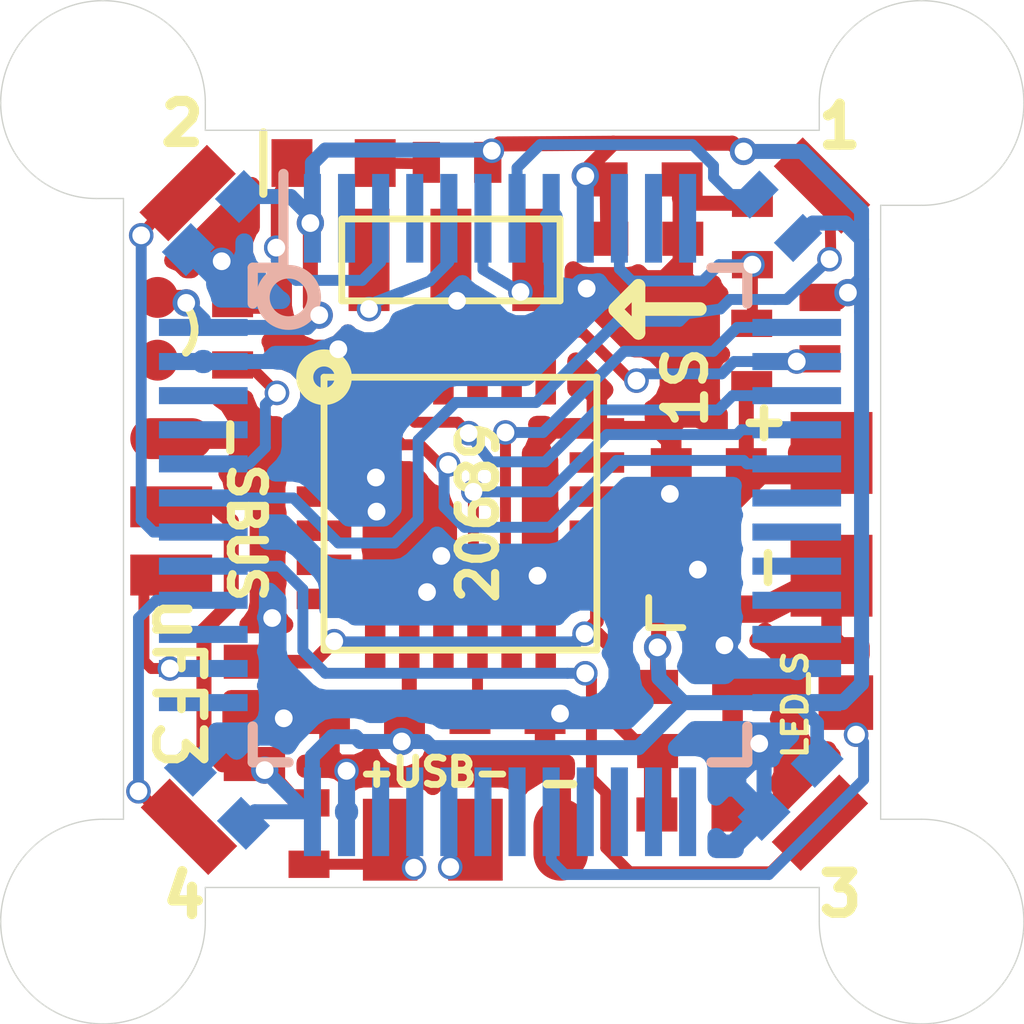
<source format=kicad_pcb>
(kicad_pcb (version 4) (host pcbnew 4.0.7)

  (general
    (links 86)
    (no_connects 3)
    (area 156.389999 90.089999 171.410001 105.110001)
    (thickness 0.8)
    (drawings 44)
    (tracks 437)
    (zones 0)
    (modules 38)
    (nets 61)
  )

  (page A4)
  (layers
    (0 F.Cu signal)
    (31 B.Cu signal)
    (32 B.Adhes user)
    (33 F.Adhes user)
    (34 B.Paste user)
    (35 F.Paste user)
    (36 B.SilkS user)
    (37 F.SilkS user)
    (38 B.Mask user)
    (39 F.Mask user)
    (40 Dwgs.User user)
    (41 Cmts.User user)
    (42 Eco1.User user)
    (43 Eco2.User user)
    (44 Edge.Cuts user)
    (45 Margin user)
    (46 B.CrtYd user hide)
    (47 F.CrtYd user)
    (48 B.Fab user)
    (49 F.Fab user)
  )

  (setup
    (last_trace_width 0.16)
    (user_trace_width 0.2)
    (user_trace_width 0.4)
    (trace_clearance 0.16)
    (zone_clearance 0.15)
    (zone_45_only no)
    (trace_min 0.16)
    (segment_width 0.02)
    (edge_width 0.02)
    (via_size 0.36)
    (via_drill 0.26)
    (via_min_size 0.36)
    (via_min_drill 0.26)
    (uvia_size 0.3)
    (uvia_drill 0.1)
    (uvias_allowed no)
    (uvia_min_size 0.2)
    (uvia_min_drill 0.1)
    (pcb_text_width 0.3)
    (pcb_text_size 1.5 1.5)
    (mod_edge_width 0.15)
    (mod_text_size 1 1)
    (mod_text_width 0.15)
    (pad_size 1.3 1.3)
    (pad_drill 1.3)
    (pad_to_mask_clearance 0.05)
    (aux_axis_origin 0 0)
    (grid_origin 158.1 103.1)
    (visible_elements 7FFFFF7F)
    (pcbplotparams
      (layerselection 0x00030_80000001)
      (usegerberextensions false)
      (excludeedgelayer true)
      (linewidth 0.100000)
      (plotframeref false)
      (viasonmask false)
      (mode 1)
      (useauxorigin false)
      (hpglpennumber 1)
      (hpglpenspeed 20)
      (hpglpendiameter 15)
      (hpglpenoverlay 2)
      (psnegative false)
      (psa4output false)
      (plotreference true)
      (plotvalue true)
      (plotinvisibletext false)
      (padsonsilk false)
      (subtractmaskfromsilk false)
      (outputformat 1)
      (mirror false)
      (drillshape 1)
      (scaleselection 1)
      (outputdirectory ""))
  )

  (net 0 "")
  (net 1 +BATT)
  (net 2 GND)
  (net 3 VCC)
  (net 4 "Net-(C10-Pad1)")
  (net 5 "Net-(C12-Pad1)")
  (net 6 /D+)
  (net 7 /D-)
  (net 8 "Net-(R3-Pad1)")
  (net 9 CS_MPU)
  (net 10 "Net-(U2-Pad5)")
  (net 11 "Net-(U2-Pad6)")
  (net 12 INT_MPU)
  (net 13 SCLK_MPU)
  (net 14 AD0_MPU)
  (net 15 SDI_MPU)
  (net 16 /Boot)
  (net 17 /S4)
  (net 18 /S3)
  (net 19 /S2)
  (net 20 /S1)
  (net 21 /SBUS)
  (net 22 /Vbat)
  (net 23 "Net-(J10-Pad1)")
  (net 24 "Net-(D1-Pad1)")
  (net 25 "Net-(D1-Pad2)")
  (net 26 "Net-(U2-Pad2)")
  (net 27 "Net-(U2-Pad4)")
  (net 28 "Net-(U2-Pad11)")
  (net 29 "Net-(U2-Pad12)")
  (net 30 "Net-(U2-Pad18)")
  (net 31 "Net-(U2-Pad19)")
  (net 32 "Net-(U2-Pad20)")
  (net 33 "Net-(U2-Pad21)")
  (net 34 "Net-(U2-Pad22)")
  (net 35 "Net-(U2-Pad25)")
  (net 36 "Net-(U2-Pad26)")
  (net 37 "Net-(U2-Pad27)")
  (net 38 "Net-(U2-Pad28)")
  (net 39 "Net-(U2-Pad30)")
  (net 40 "Net-(U2-Pad31)")
  (net 41 "Net-(U2-Pad34)")
  (net 42 "Net-(U2-Pad37)")
  (net 43 "Net-(U2-Pad39)")
  (net 44 "Net-(U2-Pad45)")
  (net 45 "Net-(U2-Pad46)")
  (net 46 "Net-(U3-Pad6)")
  (net 47 "Net-(U3-Pad5)")
  (net 48 "Net-(U3-Pad2)")
  (net 49 "Net-(U3-Pad4)")
  (net 50 "Net-(U3-Pad3)")
  (net 51 "Net-(U3-Pad16)")
  (net 52 "Net-(U3-Pad15)")
  (net 53 "Net-(U3-Pad17)")
  (net 54 "Net-(U3-Pad14)")
  (net 55 "Net-(U3-Pad21)")
  (net 56 "Net-(U3-Pad20)")
  (net 57 "Net-(U3-Pad19)")
  (net 58 "Net-(U3-Pad7)")
  (net 59 "Net-(U3-Pad11)")
  (net 60 "Net-(U3-Pad1)")

  (net_class Default "This is the default net class."
    (clearance 0.16)
    (trace_width 0.16)
    (via_dia 0.36)
    (via_drill 0.26)
    (uvia_dia 0.3)
    (uvia_drill 0.1)
    (add_net /Boot)
    (add_net /D+)
    (add_net /D-)
    (add_net /S1)
    (add_net /S2)
    (add_net /S3)
    (add_net /S4)
    (add_net /SBUS)
    (add_net /Vbat)
    (add_net AD0_MPU)
    (add_net CS_MPU)
    (add_net INT_MPU)
    (add_net "Net-(C10-Pad1)")
    (add_net "Net-(C12-Pad1)")
    (add_net "Net-(D1-Pad1)")
    (add_net "Net-(D1-Pad2)")
    (add_net "Net-(J10-Pad1)")
    (add_net "Net-(R3-Pad1)")
    (add_net "Net-(U2-Pad11)")
    (add_net "Net-(U2-Pad12)")
    (add_net "Net-(U2-Pad18)")
    (add_net "Net-(U2-Pad19)")
    (add_net "Net-(U2-Pad2)")
    (add_net "Net-(U2-Pad20)")
    (add_net "Net-(U2-Pad21)")
    (add_net "Net-(U2-Pad22)")
    (add_net "Net-(U2-Pad25)")
    (add_net "Net-(U2-Pad26)")
    (add_net "Net-(U2-Pad27)")
    (add_net "Net-(U2-Pad28)")
    (add_net "Net-(U2-Pad30)")
    (add_net "Net-(U2-Pad31)")
    (add_net "Net-(U2-Pad34)")
    (add_net "Net-(U2-Pad37)")
    (add_net "Net-(U2-Pad39)")
    (add_net "Net-(U2-Pad4)")
    (add_net "Net-(U2-Pad45)")
    (add_net "Net-(U2-Pad46)")
    (add_net "Net-(U2-Pad5)")
    (add_net "Net-(U2-Pad6)")
    (add_net "Net-(U3-Pad1)")
    (add_net "Net-(U3-Pad11)")
    (add_net "Net-(U3-Pad14)")
    (add_net "Net-(U3-Pad15)")
    (add_net "Net-(U3-Pad16)")
    (add_net "Net-(U3-Pad17)")
    (add_net "Net-(U3-Pad19)")
    (add_net "Net-(U3-Pad2)")
    (add_net "Net-(U3-Pad20)")
    (add_net "Net-(U3-Pad21)")
    (add_net "Net-(U3-Pad3)")
    (add_net "Net-(U3-Pad4)")
    (add_net "Net-(U3-Pad5)")
    (add_net "Net-(U3-Pad6)")
    (add_net "Net-(U3-Pad7)")
    (add_net SCLK_MPU)
    (add_net SDI_MPU)
  )

  (net_class BATT ""
    (clearance 0.16)
    (trace_width 0.22)
    (via_dia 0.36)
    (via_drill 0.26)
    (uvia_dia 0.3)
    (uvia_drill 0.1)
    (add_net +BATT)
  )

  (net_class GND ""
    (clearance 0.16)
    (trace_width 0.22)
    (via_dia 0.4)
    (via_drill 0.26)
    (uvia_dia 0.3)
    (uvia_drill 0.1)
    (add_net GND)
  )

  (net_class VCC ""
    (clearance 0.16)
    (trace_width 0.22)
    (via_dia 0.4)
    (via_drill 0.26)
    (uvia_dia 0.3)
    (uvia_drill 0.1)
    (add_net VCC)
  )

  (module KiCadCustomLibs:MPU-6000 (layer F.Cu) (tedit 59E9C3B2) (tstamp 59E9C96C)
    (at 163.14 97.62)
    (path /59F1AECF)
    (fp_text reference U3 (at 0.2 3.4) (layer F.SilkS) hide
      (effects (font (size 1 1) (thickness 0.15)))
    )
    (fp_text value ICM20689 (at -0.1 -3.4) (layer F.Fab) hide
      (effects (font (size 1 1) (thickness 0.15)))
    )
    (fp_circle (center -2 -2) (end -1.8 -1.8) (layer F.SilkS) (width 0.25))
    (fp_line (start -2 -2) (end 2 -2) (layer F.SilkS) (width 0.1))
    (fp_line (start 2 -2) (end 2 2) (layer F.SilkS) (width 0.1))
    (fp_line (start 2 2) (end -2 2) (layer F.SilkS) (width 0.1))
    (fp_line (start -2 2) (end -2 -2) (layer F.SilkS) (width 0.1))
    (pad 6 smd rect (at -2 1.25 90) (size 0.3 0.8) (layers F.Cu F.Paste F.Mask)
      (net 46 "Net-(U3-Pad6)"))
    (pad 1 smd rect (at -2 -1.25 90) (size 0.3 0.8) (layers F.Cu F.Paste F.Mask)
      (net 60 "Net-(U3-Pad1)"))
    (pad 5 smd rect (at -2 0.75 90) (size 0.3 0.8) (layers F.Cu F.Paste F.Mask)
      (net 47 "Net-(U3-Pad5)"))
    (pad 2 smd rect (at -2 -0.75 90) (size 0.3 0.8) (layers F.Cu F.Paste F.Mask)
      (net 48 "Net-(U3-Pad2)"))
    (pad 4 smd rect (at -2 0.25 90) (size 0.3 0.8) (layers F.Cu F.Paste F.Mask)
      (net 49 "Net-(U3-Pad4)"))
    (pad 3 smd rect (at -2 -0.25 90) (size 0.3 0.8) (layers F.Cu F.Paste F.Mask)
      (net 50 "Net-(U3-Pad3)"))
    (pad 16 smd rect (at 2 -0.25 90) (size 0.3 0.8) (layers F.Cu F.Paste F.Mask)
      (net 51 "Net-(U3-Pad16)"))
    (pad 15 smd rect (at 2 0.25 90) (size 0.3 0.8) (layers F.Cu F.Paste F.Mask)
      (net 52 "Net-(U3-Pad15)"))
    (pad 17 smd rect (at 2 -0.75 90) (size 0.3 0.8) (layers F.Cu F.Paste F.Mask)
      (net 53 "Net-(U3-Pad17)"))
    (pad 14 smd rect (at 2 0.75 90) (size 0.3 0.8) (layers F.Cu F.Paste F.Mask)
      (net 54 "Net-(U3-Pad14)"))
    (pad 18 smd rect (at 2 -1.25 90) (size 0.3 0.8) (layers F.Cu F.Paste F.Mask)
      (net 2 GND))
    (pad 13 smd rect (at 2 1.25 90) (size 0.3 0.8) (layers F.Cu F.Paste F.Mask)
      (net 5 "Net-(C12-Pad1)"))
    (pad 21 smd rect (at 0.25 -2) (size 0.3 0.8) (layers F.Cu F.Paste F.Mask)
      (net 55 "Net-(U3-Pad21)"))
    (pad 22 smd rect (at -0.25 -2) (size 0.3 0.8) (layers F.Cu F.Paste F.Mask)
      (net 9 CS_MPU))
    (pad 20 smd rect (at 0.75 -2) (size 0.3 0.8) (layers F.Cu F.Paste F.Mask)
      (net 56 "Net-(U3-Pad20)"))
    (pad 23 smd rect (at -0.75 -2) (size 0.3 0.8) (layers F.Cu F.Paste F.Mask)
      (net 13 SCLK_MPU))
    (pad 19 smd rect (at 1.25 -2) (size 0.3 0.8) (layers F.Cu F.Paste F.Mask)
      (net 57 "Net-(U3-Pad19)"))
    (pad 24 smd rect (at -1.25 -2) (size 0.3 0.8) (layers F.Cu F.Paste F.Mask)
      (net 15 SDI_MPU))
    (pad 7 smd rect (at -1.25 2) (size 0.3 0.8) (layers F.Cu F.Paste F.Mask)
      (net 58 "Net-(U3-Pad7)"))
    (pad 12 smd rect (at 1.25 2) (size 0.3 0.8) (layers F.Cu F.Paste F.Mask)
      (net 12 INT_MPU))
    (pad 8 smd rect (at -0.75 2) (size 0.3 0.8) (layers F.Cu F.Paste F.Mask)
      (net 3 VCC))
    (pad 11 smd rect (at 0.75 2) (size 0.3 0.8) (layers F.Cu F.Paste F.Mask)
      (net 59 "Net-(U3-Pad11)"))
    (pad 9 smd rect (at -0.25 2) (size 0.3 0.8) (layers F.Cu F.Paste F.Mask)
      (net 14 AD0_MPU))
    (pad 10 smd rect (at 0.25 2) (size 0.3 0.8) (layers F.Cu F.Paste F.Mask)
      (net 4 "Net-(C10-Pad1)"))
    (model Housings_DFN_QFN.3dshapes/QFN-24_4x4mm_Pitch0.5mm.wrl
      (at (xyz 0 0 0))
      (scale (xyz 1 1 1))
      (rotate (xyz 0 0 0))
    )
  )

  (module Housings_QFP:LQFP-48_7x7mm_Pitch0.5mm (layer B.Cu) (tedit 59B00697) (tstamp 59B0044E)
    (at 163.72 97.64 270)
    (descr "48 LEAD LQFP 7x7mm (see MICREL LQFP7x7-48LD-PL-1.pdf)")
    (tags "QFP 0.5")
    (path /59B01C65)
    (attr smd)
    (fp_text reference U2 (at 0 6 270) (layer B.SilkS) hide
      (effects (font (size 1 1) (thickness 0.15)) (justify mirror))
    )
    (fp_text value STM32F303CCTx (at 0 -6 270) (layer B.Fab) hide
      (effects (font (size 1 1) (thickness 0.15)) (justify mirror))
    )
    (fp_text user %R (at 0 0 270) (layer B.Fab) hide
      (effects (font (size 1 1) (thickness 0.15)) (justify mirror))
    )
    (fp_line (start -2.5 3.5) (end 3.5 3.5) (layer B.Fab) (width 0.15))
    (fp_line (start 3.5 3.5) (end 3.5 -3.5) (layer B.Fab) (width 0.15))
    (fp_line (start 3.5 -3.5) (end -3.5 -3.5) (layer B.Fab) (width 0.15))
    (fp_line (start -3.5 -3.5) (end -3.5 2.5) (layer B.Fab) (width 0.15))
    (fp_line (start -3.5 2.5) (end -2.5 3.5) (layer B.Fab) (width 0.15))
    (fp_line (start -5.25 5.25) (end -5.25 -5.25) (layer B.CrtYd) (width 0.05))
    (fp_line (start 5.25 5.25) (end 5.25 -5.25) (layer B.CrtYd) (width 0.05))
    (fp_line (start -5.25 5.25) (end 5.25 5.25) (layer B.CrtYd) (width 0.05))
    (fp_line (start -5.25 -5.25) (end 5.25 -5.25) (layer B.CrtYd) (width 0.05))
    (fp_line (start -3.625 3.625) (end -3.625 3.175) (layer B.SilkS) (width 0.15))
    (fp_line (start 3.625 3.625) (end 3.625 3.1) (layer B.SilkS) (width 0.15))
    (fp_line (start 3.625 -3.625) (end 3.625 -3.1) (layer B.SilkS) (width 0.15))
    (fp_line (start -3.625 -3.625) (end -3.625 -3.1) (layer B.SilkS) (width 0.15))
    (fp_line (start -3.625 3.625) (end -3.1 3.625) (layer B.SilkS) (width 0.15))
    (fp_line (start -3.625 -3.625) (end -3.1 -3.625) (layer B.SilkS) (width 0.15))
    (fp_line (start 3.625 -3.625) (end 3.1 -3.625) (layer B.SilkS) (width 0.15))
    (fp_line (start 3.625 3.625) (end 3.1 3.625) (layer B.SilkS) (width 0.15))
    (fp_line (start -3.625 3.175) (end -5 3.175) (layer B.SilkS) (width 0.15))
    (pad 1 smd rect (at -4.35 2.75 270) (size 1.3 0.25) (layers B.Cu B.Paste B.Mask)
      (net 3 VCC))
    (pad 2 smd rect (at -4.35 2.25 270) (size 1.3 0.25) (layers B.Cu B.Paste B.Mask)
      (net 26 "Net-(U2-Pad2)"))
    (pad 3 smd rect (at -4.35 1.75 270) (size 1.3 0.25) (layers B.Cu B.Paste B.Mask)
      (net 24 "Net-(D1-Pad1)"))
    (pad 4 smd rect (at -4.35 1.25 270) (size 1.3 0.25) (layers B.Cu B.Paste B.Mask)
      (net 27 "Net-(U2-Pad4)"))
    (pad 5 smd rect (at -4.35 0.75 270) (size 1.3 0.25) (layers B.Cu B.Paste B.Mask)
      (net 10 "Net-(U2-Pad5)"))
    (pad 6 smd rect (at -4.35 0.25 270) (size 1.3 0.25) (layers B.Cu B.Paste B.Mask)
      (net 11 "Net-(U2-Pad6)"))
    (pad 7 smd rect (at -4.35 -0.25 270) (size 1.3 0.25) (layers B.Cu B.Paste B.Mask)
      (net 8 "Net-(R3-Pad1)"))
    (pad 8 smd rect (at -4.35 -0.75 270) (size 1.3 0.25) (layers B.Cu B.Paste B.Mask)
      (net 2 GND))
    (pad 9 smd rect (at -4.35 -1.25 270) (size 1.3 0.25) (layers B.Cu B.Paste B.Mask)
      (net 3 VCC))
    (pad 10 smd rect (at -4.35 -1.75 270) (size 1.3 0.25) (layers B.Cu B.Paste B.Mask)
      (net 22 /Vbat))
    (pad 11 smd rect (at -4.35 -2.25 270) (size 1.3 0.25) (layers B.Cu B.Paste B.Mask)
      (net 28 "Net-(U2-Pad11)"))
    (pad 12 smd rect (at -4.35 -2.75 270) (size 1.3 0.25) (layers B.Cu B.Paste B.Mask)
      (net 29 "Net-(U2-Pad12)"))
    (pad 13 smd rect (at -2.75 -4.35 180) (size 1.3 0.25) (layers B.Cu B.Paste B.Mask)
      (net 12 INT_MPU))
    (pad 14 smd rect (at -2.25 -4.35 180) (size 1.3 0.25) (layers B.Cu B.Paste B.Mask)
      (net 9 CS_MPU))
    (pad 15 smd rect (at -1.75 -4.35 180) (size 1.3 0.25) (layers B.Cu B.Paste B.Mask)
      (net 13 SCLK_MPU))
    (pad 16 smd rect (at -1.25 -4.35 180) (size 1.3 0.25) (layers B.Cu B.Paste B.Mask)
      (net 14 AD0_MPU))
    (pad 17 smd rect (at -0.75 -4.35 180) (size 1.3 0.25) (layers B.Cu B.Paste B.Mask)
      (net 15 SDI_MPU))
    (pad 18 smd rect (at -0.25 -4.35 180) (size 1.3 0.25) (layers B.Cu B.Paste B.Mask)
      (net 30 "Net-(U2-Pad18)"))
    (pad 19 smd rect (at 0.25 -4.35 180) (size 1.3 0.25) (layers B.Cu B.Paste B.Mask)
      (net 31 "Net-(U2-Pad19)"))
    (pad 20 smd rect (at 0.75 -4.35 180) (size 1.3 0.25) (layers B.Cu B.Paste B.Mask)
      (net 32 "Net-(U2-Pad20)"))
    (pad 21 smd rect (at 1.25 -4.35 180) (size 1.3 0.25) (layers B.Cu B.Paste B.Mask)
      (net 33 "Net-(U2-Pad21)"))
    (pad 22 smd rect (at 1.75 -4.35 180) (size 1.3 0.25) (layers B.Cu B.Paste B.Mask)
      (net 34 "Net-(U2-Pad22)"))
    (pad 23 smd rect (at 2.25 -4.35 180) (size 1.3 0.25) (layers B.Cu B.Paste B.Mask)
      (net 2 GND))
    (pad 24 smd rect (at 2.75 -4.35 180) (size 1.3 0.25) (layers B.Cu B.Paste B.Mask)
      (net 3 VCC))
    (pad 25 smd rect (at 4.35 -2.75 270) (size 1.3 0.25) (layers B.Cu B.Paste B.Mask)
      (net 35 "Net-(U2-Pad25)"))
    (pad 26 smd rect (at 4.35 -2.25 270) (size 1.3 0.25) (layers B.Cu B.Paste B.Mask)
      (net 36 "Net-(U2-Pad26)"))
    (pad 27 smd rect (at 4.35 -1.75 270) (size 1.3 0.25) (layers B.Cu B.Paste B.Mask)
      (net 37 "Net-(U2-Pad27)"))
    (pad 28 smd rect (at 4.35 -1.25 270) (size 1.3 0.25) (layers B.Cu B.Paste B.Mask)
      (net 38 "Net-(U2-Pad28)"))
    (pad 29 smd rect (at 4.35 -0.75 270) (size 1.3 0.25) (layers B.Cu B.Paste B.Mask)
      (net 23 "Net-(J10-Pad1)"))
    (pad 30 smd rect (at 4.35 -0.25 270) (size 1.3 0.25) (layers B.Cu B.Paste B.Mask)
      (net 39 "Net-(U2-Pad30)"))
    (pad 31 smd rect (at 4.35 0.25 270) (size 1.3 0.25) (layers B.Cu B.Paste B.Mask)
      (net 40 "Net-(U2-Pad31)"))
    (pad 32 smd rect (at 4.35 0.75 270) (size 1.3 0.25) (layers B.Cu B.Paste B.Mask)
      (net 7 /D-))
    (pad 33 smd rect (at 4.35 1.25 270) (size 1.3 0.25) (layers B.Cu B.Paste B.Mask)
      (net 6 /D+))
    (pad 34 smd rect (at 4.35 1.75 270) (size 1.3 0.25) (layers B.Cu B.Paste B.Mask)
      (net 41 "Net-(U2-Pad34)"))
    (pad 35 smd rect (at 4.35 2.25 270) (size 1.3 0.25) (layers B.Cu B.Paste B.Mask)
      (net 2 GND))
    (pad 36 smd rect (at 4.35 2.75 270) (size 1.3 0.25) (layers B.Cu B.Paste B.Mask)
      (net 3 VCC))
    (pad 37 smd rect (at 2.75 4.35 180) (size 1.3 0.25) (layers B.Cu B.Paste B.Mask)
      (net 42 "Net-(U2-Pad37)"))
    (pad 38 smd rect (at 2.25 4.35 180) (size 1.3 0.25) (layers B.Cu B.Paste B.Mask)
      (net 21 /SBUS))
    (pad 39 smd rect (at 1.75 4.35 180) (size 1.3 0.25) (layers B.Cu B.Paste B.Mask)
      (net 43 "Net-(U2-Pad39)"))
    (pad 40 smd rect (at 1.25 4.35 180) (size 1.3 0.25) (layers B.Cu B.Paste B.Mask)
      (net 17 /S4))
    (pad 41 smd rect (at 0.75 4.35 180) (size 1.3 0.25) (layers B.Cu B.Paste B.Mask)
      (net 18 /S3))
    (pad 42 smd rect (at 0.25 4.35 180) (size 1.3 0.25) (layers B.Cu B.Paste B.Mask)
      (net 19 /S2))
    (pad 43 smd rect (at -0.25 4.35 180) (size 1.3 0.25) (layers B.Cu B.Paste B.Mask)
      (net 20 /S1))
    (pad 44 smd rect (at -0.75 4.35 180) (size 1.3 0.25) (layers B.Cu B.Paste B.Mask)
      (net 16 /Boot))
    (pad 45 smd rect (at -1.25 4.35 180) (size 1.3 0.25) (layers B.Cu B.Paste B.Mask)
      (net 44 "Net-(U2-Pad45)"))
    (pad 46 smd rect (at -1.75 4.35 180) (size 1.3 0.25) (layers B.Cu B.Paste B.Mask)
      (net 45 "Net-(U2-Pad46)"))
    (pad 47 smd rect (at -2.25 4.35 180) (size 1.3 0.25) (layers B.Cu B.Paste B.Mask)
      (net 2 GND))
    (pad 48 smd rect (at -2.75 4.35 180) (size 1.3 0.25) (layers B.Cu B.Paste B.Mask)
      (net 3 VCC))
    (model ${KISYS3DMOD}/Housings_QFP.3dshapes/LQFP-48_7x7mm_Pitch0.5mm.wrl
      (at (xyz 0 0 0))
      (scale (xyz 1 1 1))
      (rotate (xyz 0 0 0))
    )
  )

  (module LEDs:LED_0402 (layer F.Cu) (tedit 59F08634) (tstamp 59E9C90C)
    (at 161.28 92.48)
    (descr "LED 0402 smd package")
    (tags "LED led 0402 SMD smd SMT smt smdled SMDLED smtled SMTLED")
    (path /59E9DC07)
    (attr smd)
    (fp_text reference D1 (at 0 -1.2) (layer F.SilkS) hide
      (effects (font (size 1 1) (thickness 0.15)))
    )
    (fp_text value LED (at 0 1.4) (layer F.Fab) hide
      (effects (font (size 1 1) (thickness 0.15)))
    )
    (fp_line (start -1.03 -0.45) (end -1.03 0.45) (layer F.SilkS) (width 0.12))
    (fp_line (start -0.15 -0.2) (end -0.15 0.2) (layer F.Fab) (width 0.1))
    (fp_line (start -0.15 0) (end 0.15 -0.2) (layer F.Fab) (width 0.1))
    (fp_line (start 0.15 0.2) (end -0.15 0) (layer F.Fab) (width 0.1))
    (fp_line (start 0.15 -0.2) (end 0.15 0.2) (layer F.Fab) (width 0.1))
    (fp_line (start 0.5 0.25) (end -0.5 0.25) (layer F.Fab) (width 0.1))
    (fp_line (start 0.5 -0.25) (end 0.5 0.25) (layer F.Fab) (width 0.1))
    (fp_line (start -0.5 -0.25) (end 0.5 -0.25) (layer F.Fab) (width 0.1))
    (fp_line (start -0.5 0.25) (end -0.5 -0.25) (layer F.Fab) (width 0.1))
    (fp_line (start 1 -0.5) (end 1 0.5) (layer F.CrtYd) (width 0.05))
    (fp_line (start 1 0.5) (end -1 0.5) (layer F.CrtYd) (width 0.05))
    (fp_line (start -1 0.5) (end -1 -0.5) (layer F.CrtYd) (width 0.05))
    (fp_line (start -1 -0.5) (end 1 -0.5) (layer F.CrtYd) (width 0.05))
    (pad 2 smd rect (at 0.61 0 180) (size 0.6 0.7) (layers F.Cu F.Paste F.Mask)
      (net 25 "Net-(D1-Pad2)"))
    (pad 1 smd rect (at -0.61 0 180) (size 0.6 0.7) (layers F.Cu F.Paste F.Mask)
      (net 24 "Net-(D1-Pad1)"))
    (model ${KISYS3DMOD}/LEDs.3dshapes/LED_0402.wrl
      (at (xyz 0 0 0))
      (scale (xyz 1 1 1))
      (rotate (xyz 0 0 180))
    )
  )

  (module Inductors_SMD:L_0603 (layer F.Cu) (tedit 59EDA237) (tstamp 59B0037A)
    (at 160.12 100.54 270)
    (descr "Resistor SMD 0603, reflow soldering, Vishay (see dcrcw.pdf)")
    (tags "resistor 0603")
    (path /59B0C3EC)
    (attr smd)
    (fp_text reference L1 (at 0 -1.9 270) (layer F.SilkS) hide
      (effects (font (size 1 1) (thickness 0.15)))
    )
    (fp_text value 300mA (at 0 1.9 270) (layer F.Fab) hide
      (effects (font (size 1 1) (thickness 0.15)))
    )
    (fp_text user %R (at 0 0 270) (layer F.Fab)
      (effects (font (size 0.4 0.4) (thickness 0.075)))
    )
    (fp_line (start -0.8 0.4) (end -0.8 -0.4) (layer F.Fab) (width 0.1))
    (fp_line (start 0.8 0.4) (end -0.8 0.4) (layer F.Fab) (width 0.1))
    (fp_line (start 0.8 -0.4) (end 0.8 0.4) (layer F.Fab) (width 0.1))
    (fp_line (start -0.8 -0.4) (end 0.8 -0.4) (layer F.Fab) (width 0.1))
    (fp_line (start -1.3 -0.8) (end 1.3 -0.8) (layer F.CrtYd) (width 0.05))
    (fp_line (start -1.3 0.8) (end 1.3 0.8) (layer F.CrtYd) (width 0.05))
    (fp_line (start -1.3 -0.8) (end -1.3 0.8) (layer F.CrtYd) (width 0.05))
    (fp_line (start 1.3 -0.8) (end 1.3 0.8) (layer F.CrtYd) (width 0.05))
    (pad 1 smd rect (at -0.75 0 270) (size 0.5 0.9) (layers F.Cu F.Paste F.Mask)
      (net 5 "Net-(C12-Pad1)"))
    (pad 2 smd rect (at 0.75 0 270) (size 0.5 0.9) (layers F.Cu F.Paste F.Mask)
      (net 3 VCC))
    (model ${KISYS3DMOD}/Inductors_SMD.3dshapes/L_0603.wrl
      (at (xyz 0 0 0))
      (scale (xyz 1 1 1))
      (rotate (xyz 0 0 0))
    )
  )

  (module MountingHole_1.1mm_M1 (layer F.Cu) (tedit 59EA098A) (tstamp 59EA0B07)
    (at 169.9 103.6)
    (descr "Mounting Hole 2.2mm, no annular, M2")
    (tags "mounting hole 2.2mm no annular m2")
    (attr virtual)
    (fp_text reference REF** (at 0 -3.2) (layer F.SilkS) hide
      (effects (font (size 1 1) (thickness 0.15)))
    )
    (fp_text value MountingHole_2.2mm_M2 (at 0 3.2) (layer F.Fab) hide
      (effects (font (size 1 1) (thickness 0.15)))
    )
    (pad "" np_thru_hole circle (at 0 0) (size 1.3 1.3) (drill 1.3) (layers *.Cu *.Mask))
  )

  (module MountingHole_1.1mm_M1 (layer F.Cu) (tedit 59EA098A) (tstamp 59EA0A6D)
    (at 169.9 91.6)
    (descr "Mounting Hole 2.2mm, no annular, M2")
    (tags "mounting hole 2.2mm no annular m2")
    (attr virtual)
    (fp_text reference REF** (at 0 -3.2) (layer F.SilkS) hide
      (effects (font (size 1 1) (thickness 0.15)))
    )
    (fp_text value MountingHole_2.2mm_M2 (at 0 3.2) (layer F.Fab) hide
      (effects (font (size 1 1) (thickness 0.15)))
    )
    (pad "" np_thru_hole circle (at 0 0) (size 1.3 1.3) (drill 1.3) (layers *.Cu *.Mask))
  )

  (module MountingHole_1.1mm_M1 (layer F.Cu) (tedit 59EA098A) (tstamp 59EA0394)
    (at 157.9 91.6)
    (descr "Mounting Hole 2.2mm, no annular, M2")
    (tags "mounting hole 2.2mm no annular m2")
    (attr virtual)
    (fp_text reference REF** (at 0 -3.2) (layer F.SilkS) hide
      (effects (font (size 1 1) (thickness 0.15)))
    )
    (fp_text value MountingHole_2.2mm_M2 (at 0 3.2) (layer F.Fab) hide
      (effects (font (size 1 1) (thickness 0.15)))
    )
    (pad "" np_thru_hole circle (at 0 0) (size 1.3 1.3) (drill 1.3) (layers *.Cu *.Mask))
  )

  (module Mounting_Holes:MountingHole_2.2mm_M2 (layer F.Cu) (tedit 59EA09AE) (tstamp 59EA0520)
    (at 157.9 103.6)
    (descr "Mounting Hole 2.2mm, no annular, M2")
    (tags "mounting hole 2.2mm no annular m2")
    (attr virtual)
    (fp_text reference REF** (at 0 -3.2) (layer F.SilkS) hide
      (effects (font (size 1 1) (thickness 0.15)))
    )
    (fp_text value MountingHole_2.2mm_M2 (at 0 3.2) (layer F.Fab) hide
      (effects (font (size 1 1) (thickness 0.15)))
    )
    (pad "" np_thru_hole circle (at 0 0) (size 1.3 1.3) (drill 1.3) (layers *.Cu *.Mask))
  )

  (module KiCadCustomLibs:Boot_Pin (layer F.Cu) (tedit 59E9EC0C) (tstamp 59E9C920)
    (at 158.7 94.45)
    (path /59B03E1F)
    (fp_text reference J1 (at 0.5 1.5) (layer F.SilkS) hide
      (effects (font (size 1 1) (thickness 0.15)))
    )
    (fp_text value Boot1 (at 0.1 -1.3) (layer F.Fab) hide
      (effects (font (size 1 1) (thickness 0.15)))
    )
    (pad 1 smd circle (at 0 0) (size 0.6 0.6) (layers F.Cu F.Paste F.Mask)
      (net 3 VCC))
  )

  (module UDFN-4_1x1mm_Pitch0.65mm (layer F.Cu) (tedit 59E9E2C7) (tstamp 59E9C94D)
    (at 166.62 98.44 90)
    (descr UDFN-4_1x1mm_Pitch0.65mm)
    (tags UDFN-4_1x1mm_Pitch0.65mm)
    (path /59EA16FF)
    (attr smd)
    (fp_text reference U1 (at 0.45 -2.16 90) (layer F.SilkS) hide
      (effects (font (size 1 1) (thickness 0.15)))
    )
    (fp_text value MIC550X-DFN (at 0.47 2.34 90) (layer F.Fab) hide
      (effects (font (size 1 1) (thickness 0.15)))
    )
    (fp_line (start -0.85 -0.72) (end -0.41 -0.72) (layer F.SilkS) (width 0.1))
    (fp_line (start -0.85 -0.72) (end -0.85 -0.22) (layer F.SilkS) (width 0.1))
    (fp_line (start -1.2 -1.2) (end 1.2 -1.2) (layer F.CrtYd) (width 0.05))
    (fp_line (start 1.2 -1.2) (end 1.2 1.2) (layer F.CrtYd) (width 0.05))
    (fp_line (start 1.2 1.2) (end -1.2 1.2) (layer F.CrtYd) (width 0.05))
    (fp_line (start -1.2 1.2) (end -1.2 -1.2) (layer F.CrtYd) (width 0.05))
    (fp_line (start -0.12 -0.5) (end -0.5 -0.12) (layer F.Fab) (width 0.1))
    (fp_line (start 0.5 0.5) (end -0.5 0.5) (layer F.Fab) (width 0.1))
    (fp_line (start -0.5 0.5) (end -0.5 -0.12) (layer F.Fab) (width 0.1))
    (fp_line (start -0.12 -0.5) (end 0.5 -0.5) (layer F.Fab) (width 0.1))
    (fp_line (start 0.5 -0.5) (end 0.5 0.5) (layer F.Fab) (width 0.1))
    (pad 1 smd rect (at -0.34 -0.5) (size 0.2 0.2) (layers F.Cu F.Paste F.Mask)
      (net 3 VCC))
    (pad 2 smd rect (at 0 -0.17 45) (size 0.24 0.24) (layers F.Cu F.Paste F.Mask)
      (net 2 GND))
    (pad 2 smd rect (at -0.17 0 45) (size 0.24 0.24) (layers F.Cu F.Paste F.Mask)
      (net 2 GND))
    (pad 2 smd rect (at 0.17 0 45) (size 0.24 0.24) (layers F.Cu F.Paste F.Mask)
      (net 2 GND))
    (pad 3 smd rect (at 0.34 0.5 180) (size 0.2 0.2) (layers F.Cu F.Paste F.Mask)
      (net 1 +BATT))
    (pad 3 smd trapezoid (at 0.44 0.3 90) (size 0.2 0.2) (rect_delta 0 0.1999 ) (layers F.Cu F.Paste F.Mask)
      (net 1 +BATT))
    (pad 3 smd rect (at 0.58 0.4) (size 0.4 0.28) (layers F.Cu F.Paste F.Mask)
      (net 1 +BATT))
    (pad 4 smd rect (at 0.34 -0.5 180) (size 0.2 0.2) (layers F.Cu F.Paste F.Mask)
      (net 1 +BATT))
    (pad 4 smd trapezoid (at 0.44 -0.3) (size 0.2 0.2) (rect_delta 0.1999 0 ) (layers F.Cu F.Paste F.Mask)
      (net 1 +BATT))
    (pad 4 smd rect (at 0.58 -0.4) (size 0.4 0.28) (layers F.Cu F.Paste F.Mask)
      (net 1 +BATT))
    (pad 1 smd rect (at -0.58 -0.4) (size 0.4 0.28) (layers F.Cu F.Paste F.Mask)
      (net 3 VCC))
    (pad 2 smd rect (at 0 0.17 45) (size 0.24 0.24) (layers F.Cu F.Paste F.Mask)
      (net 2 GND))
    (pad 2 smd rect (at -0.58 0.4) (size 0.4 0.28) (layers F.Cu F.Paste F.Mask)
      (net 2 GND))
    (pad 1 smd trapezoid (at -0.44 -0.3 270) (size 0.2 0.2) (rect_delta 0 0.19999 ) (layers F.Cu F.Paste F.Mask)
      (net 3 VCC))
    (pad 2 smd trapezoid (at -0.44 0.3 180) (size 0.2 0.2) (rect_delta 0.1999 0 ) (layers F.Cu F.Paste F.Mask)
      (net 2 GND))
    (pad 2 smd rect (at -0.34 0.5 180) (size 0.2 0.2) (layers F.Cu F.Paste F.Mask)
      (net 2 GND))
    (model ${KISYS3DMOD}/Housings_DFN_QFN.3dshapes/UDFN-4_1x1mm_Pitch0.65mm.wrl
      (at (xyz 0 0 0))
      (scale (xyz 1 1 1))
      (rotate (xyz 0 0 0))
    )
  )

  (module Capacitors_SMD:C_0402_NoSilk (layer F.Cu) (tedit 59B00DA5) (tstamp 59B0027B)
    (at 166.78 96.91 180)
    (descr "Capacitor SMD 0402, reflow soldering, AVX (see smccp.pdf)")
    (tags "capacitor 0402")
    (path /59B0F605)
    (attr smd)
    (fp_text reference C1 (at 0 -1.27 180) (layer F.SilkS) hide
      (effects (font (size 1 1) (thickness 0.15)))
    )
    (fp_text value 2.2uf (at 0 1.27 180) (layer F.Fab) hide
      (effects (font (size 1 1) (thickness 0.15)))
    )
    (fp_text user %R (at 0 -1.27 180) (layer F.Fab) hide
      (effects (font (size 1 1) (thickness 0.15)))
    )
    (fp_line (start -0.5 0.25) (end -0.5 -0.25) (layer F.Fab) (width 0.1))
    (fp_line (start 0.5 0.25) (end -0.5 0.25) (layer F.Fab) (width 0.1))
    (fp_line (start 0.5 -0.25) (end 0.5 0.25) (layer F.Fab) (width 0.1))
    (fp_line (start -0.5 -0.25) (end 0.5 -0.25) (layer F.Fab) (width 0.1))
    (fp_line (start -1 -0.4) (end 1 -0.4) (layer F.CrtYd) (width 0.05))
    (fp_line (start -1 -0.4) (end -1 0.4) (layer F.CrtYd) (width 0.05))
    (fp_line (start 1 0.4) (end 1 -0.4) (layer F.CrtYd) (width 0.05))
    (fp_line (start 1 0.4) (end -1 0.4) (layer F.CrtYd) (width 0.05))
    (pad 1 smd rect (at -0.55 0 180) (size 0.6 0.5) (layers F.Cu F.Paste F.Mask)
      (net 1 +BATT))
    (pad 2 smd rect (at 0.55 0 180) (size 0.6 0.5) (layers F.Cu F.Paste F.Mask)
      (net 2 GND))
    (model Capacitors_SMD.3dshapes/C_0402.wrl
      (at (xyz 0 0 0))
      (scale (xyz 1 1 1))
      (rotate (xyz 0 0 0))
    )
  )

  (module Capacitors_SMD:C_0402_NoSilk (layer F.Cu) (tedit 59B00DC7) (tstamp 59B002A8)
    (at 166.58 100.16)
    (descr "Capacitor SMD 0402, reflow soldering, AVX (see smccp.pdf)")
    (tags "capacitor 0402")
    (path /59B0E97E)
    (attr smd)
    (fp_text reference C4 (at 0 -1.27) (layer F.SilkS) hide
      (effects (font (size 1 1) (thickness 0.15)))
    )
    (fp_text value 2.2uf (at 0 1.27) (layer F.Fab) hide
      (effects (font (size 1 1) (thickness 0.15)))
    )
    (fp_text user %R (at 0 -1.27) (layer F.Fab) hide
      (effects (font (size 1 1) (thickness 0.15)))
    )
    (fp_line (start -0.5 0.25) (end -0.5 -0.25) (layer F.Fab) (width 0.1))
    (fp_line (start 0.5 0.25) (end -0.5 0.25) (layer F.Fab) (width 0.1))
    (fp_line (start 0.5 -0.25) (end 0.5 0.25) (layer F.Fab) (width 0.1))
    (fp_line (start -0.5 -0.25) (end 0.5 -0.25) (layer F.Fab) (width 0.1))
    (fp_line (start -1 -0.4) (end 1 -0.4) (layer F.CrtYd) (width 0.05))
    (fp_line (start -1 -0.4) (end -1 0.4) (layer F.CrtYd) (width 0.05))
    (fp_line (start 1 0.4) (end 1 -0.4) (layer F.CrtYd) (width 0.05))
    (fp_line (start 1 0.4) (end -1 0.4) (layer F.CrtYd) (width 0.05))
    (pad 1 smd rect (at -0.55 0) (size 0.6 0.5) (layers F.Cu F.Paste F.Mask)
      (net 3 VCC))
    (pad 2 smd rect (at 0.55 0) (size 0.6 0.5) (layers F.Cu F.Paste F.Mask)
      (net 2 GND))
    (model Capacitors_SMD.3dshapes/C_0402.wrl
      (at (xyz 0 0 0))
      (scale (xyz 1 1 1))
      (rotate (xyz 0 0 0))
    )
  )

  (module Capacitors_SMD:C_0402_NoSilk (layer B.Cu) (tedit 59B00B80) (tstamp 59B002B7)
    (at 167.98 101.64 225)
    (descr "Capacitor SMD 0402, reflow soldering, AVX (see smccp.pdf)")
    (tags "capacitor 0402")
    (path /59B01F0F)
    (attr smd)
    (fp_text reference C5 (at 0 1.27 225) (layer B.SilkS) hide
      (effects (font (size 1 1) (thickness 0.15)) (justify mirror))
    )
    (fp_text value 100n (at 0 -1.27 225) (layer B.Fab) hide
      (effects (font (size 1 1) (thickness 0.15)) (justify mirror))
    )
    (fp_text user %R (at 0 1.27 225) (layer B.Fab) hide
      (effects (font (size 1 1) (thickness 0.15)) (justify mirror))
    )
    (fp_line (start -0.5 -0.25) (end -0.5 0.25) (layer B.Fab) (width 0.1))
    (fp_line (start 0.5 -0.25) (end -0.5 -0.25) (layer B.Fab) (width 0.1))
    (fp_line (start 0.5 0.25) (end 0.5 -0.25) (layer B.Fab) (width 0.1))
    (fp_line (start -0.5 0.25) (end 0.5 0.25) (layer B.Fab) (width 0.1))
    (fp_line (start -1 0.4) (end 1 0.4) (layer B.CrtYd) (width 0.05))
    (fp_line (start -1 0.4) (end -1 -0.4) (layer B.CrtYd) (width 0.05))
    (fp_line (start 1 -0.4) (end 1 0.4) (layer B.CrtYd) (width 0.05))
    (fp_line (start 1 -0.4) (end -1 -0.4) (layer B.CrtYd) (width 0.05))
    (pad 1 smd rect (at -0.55 0 225) (size 0.6 0.5) (layers B.Cu B.Paste B.Mask)
      (net 3 VCC))
    (pad 2 smd rect (at 0.55 0 225) (size 0.6 0.5) (layers B.Cu B.Paste B.Mask)
      (net 2 GND))
    (model Capacitors_SMD.3dshapes/C_0402.wrl
      (at (xyz 0 0 0))
      (scale (xyz 1 1 1))
      (rotate (xyz 0 0 0))
    )
  )

  (module Capacitors_SMD:C_0402_NoSilk (layer B.Cu) (tedit 59B00B72) (tstamp 59B002C6)
    (at 159.57 101.77 135)
    (descr "Capacitor SMD 0402, reflow soldering, AVX (see smccp.pdf)")
    (tags "capacitor 0402")
    (path /59B01F2F)
    (attr smd)
    (fp_text reference C6 (at 0 1.27 135) (layer B.SilkS) hide
      (effects (font (size 1 1) (thickness 0.15)) (justify mirror))
    )
    (fp_text value 100n (at 0 -1.27 135) (layer B.Fab) hide
      (effects (font (size 1 1) (thickness 0.15)) (justify mirror))
    )
    (fp_text user %R (at 0 1.27 135) (layer B.Fab) hide
      (effects (font (size 1 1) (thickness 0.15)) (justify mirror))
    )
    (fp_line (start -0.5 -0.25) (end -0.5 0.25) (layer B.Fab) (width 0.1))
    (fp_line (start 0.5 -0.25) (end -0.5 -0.25) (layer B.Fab) (width 0.1))
    (fp_line (start 0.5 0.25) (end 0.5 -0.25) (layer B.Fab) (width 0.1))
    (fp_line (start -0.5 0.25) (end 0.5 0.25) (layer B.Fab) (width 0.1))
    (fp_line (start -1 0.4) (end 1 0.4) (layer B.CrtYd) (width 0.05))
    (fp_line (start -1 0.4) (end -1 -0.4) (layer B.CrtYd) (width 0.05))
    (fp_line (start 1 -0.4) (end 1 0.4) (layer B.CrtYd) (width 0.05))
    (fp_line (start 1 -0.4) (end -1 -0.4) (layer B.CrtYd) (width 0.05))
    (pad 1 smd rect (at -0.55 0 135) (size 0.6 0.5) (layers B.Cu B.Paste B.Mask)
      (net 3 VCC))
    (pad 2 smd rect (at 0.55 0 135) (size 0.6 0.5) (layers B.Cu B.Paste B.Mask)
      (net 2 GND))
    (model Capacitors_SMD.3dshapes/C_0402.wrl
      (at (xyz 0 0 0))
      (scale (xyz 1 1 1))
      (rotate (xyz 0 0 0))
    )
  )

  (module Capacitors_SMD:C_0402_NoSilk (layer B.Cu) (tedit 59B00BA5) (tstamp 59B002D5)
    (at 159.54 93.36 225)
    (descr "Capacitor SMD 0402, reflow soldering, AVX (see smccp.pdf)")
    (tags "capacitor 0402")
    (path /59B01F52)
    (attr smd)
    (fp_text reference C7 (at 0 1.27 225) (layer B.SilkS) hide
      (effects (font (size 1 1) (thickness 0.15)) (justify mirror))
    )
    (fp_text value 100n (at 0 -1.27 225) (layer B.Fab) hide
      (effects (font (size 1 1) (thickness 0.15)) (justify mirror))
    )
    (fp_text user %R (at 0 1.27 225) (layer B.Fab) hide
      (effects (font (size 1 1) (thickness 0.15)) (justify mirror))
    )
    (fp_line (start -0.5 -0.25) (end -0.5 0.25) (layer B.Fab) (width 0.1))
    (fp_line (start 0.5 -0.25) (end -0.5 -0.25) (layer B.Fab) (width 0.1))
    (fp_line (start 0.5 0.25) (end 0.5 -0.25) (layer B.Fab) (width 0.1))
    (fp_line (start -0.5 0.25) (end 0.5 0.25) (layer B.Fab) (width 0.1))
    (fp_line (start -1 0.4) (end 1 0.4) (layer B.CrtYd) (width 0.05))
    (fp_line (start -1 0.4) (end -1 -0.4) (layer B.CrtYd) (width 0.05))
    (fp_line (start 1 -0.4) (end 1 0.4) (layer B.CrtYd) (width 0.05))
    (fp_line (start 1 -0.4) (end -1 -0.4) (layer B.CrtYd) (width 0.05))
    (pad 1 smd rect (at -0.55 0 225) (size 0.6 0.5) (layers B.Cu B.Paste B.Mask)
      (net 3 VCC))
    (pad 2 smd rect (at 0.55 0 225) (size 0.6 0.5) (layers B.Cu B.Paste B.Mask)
      (net 2 GND))
    (model Capacitors_SMD.3dshapes/C_0402.wrl
      (at (xyz 0 0 0))
      (scale (xyz 1 1 1))
      (rotate (xyz 0 0 0))
    )
  )

  (module Capacitors_SMD:C_0402_NoSilk (layer F.Cu) (tedit 59B01032) (tstamp 59B002E4)
    (at 165.84 92.72)
    (descr "Capacitor SMD 0402, reflow soldering, AVX (see smccp.pdf)")
    (tags "capacitor 0402")
    (path /59B01D65)
    (attr smd)
    (fp_text reference C8 (at 0 -1.27) (layer F.SilkS) hide
      (effects (font (size 1 1) (thickness 0.15)))
    )
    (fp_text value 1uf (at 0 1.27) (layer F.Fab) hide
      (effects (font (size 1 1) (thickness 0.15)))
    )
    (fp_text user %R (at 0 -1.27) (layer F.Fab) hide
      (effects (font (size 1 1) (thickness 0.15)))
    )
    (fp_line (start -0.5 0.25) (end -0.5 -0.25) (layer F.Fab) (width 0.1))
    (fp_line (start 0.5 0.25) (end -0.5 0.25) (layer F.Fab) (width 0.1))
    (fp_line (start 0.5 -0.25) (end 0.5 0.25) (layer F.Fab) (width 0.1))
    (fp_line (start -0.5 -0.25) (end 0.5 -0.25) (layer F.Fab) (width 0.1))
    (fp_line (start -1 -0.4) (end 1 -0.4) (layer F.CrtYd) (width 0.05))
    (fp_line (start -1 -0.4) (end -1 0.4) (layer F.CrtYd) (width 0.05))
    (fp_line (start 1 0.4) (end 1 -0.4) (layer F.CrtYd) (width 0.05))
    (fp_line (start 1 0.4) (end -1 0.4) (layer F.CrtYd) (width 0.05))
    (pad 1 smd rect (at -0.55 0) (size 0.6 0.5) (layers F.Cu F.Paste F.Mask)
      (net 3 VCC))
    (pad 2 smd rect (at 0.55 0) (size 0.6 0.5) (layers F.Cu F.Paste F.Mask)
      (net 2 GND))
    (model Capacitors_SMD.3dshapes/C_0402.wrl
      (at (xyz 0 0 0))
      (scale (xyz 1 1 1))
      (rotate (xyz 0 0 0))
    )
  )

  (module Capacitors_SMD:C_0402_NoSilk (layer F.Cu) (tedit 59B0102A) (tstamp 59B002F3)
    (at 165.85 93.59)
    (descr "Capacitor SMD 0402, reflow soldering, AVX (see smccp.pdf)")
    (tags "capacitor 0402")
    (path /59B01EEE)
    (attr smd)
    (fp_text reference C9 (at 0 -1.27) (layer F.SilkS) hide
      (effects (font (size 1 1) (thickness 0.15)))
    )
    (fp_text value 10n (at 0 1.27) (layer F.Fab) hide
      (effects (font (size 1 1) (thickness 0.15)))
    )
    (fp_text user %R (at 0 -1.27) (layer F.Fab) hide
      (effects (font (size 1 1) (thickness 0.15)))
    )
    (fp_line (start -0.5 0.25) (end -0.5 -0.25) (layer F.Fab) (width 0.1))
    (fp_line (start 0.5 0.25) (end -0.5 0.25) (layer F.Fab) (width 0.1))
    (fp_line (start 0.5 -0.25) (end 0.5 0.25) (layer F.Fab) (width 0.1))
    (fp_line (start -0.5 -0.25) (end 0.5 -0.25) (layer F.Fab) (width 0.1))
    (fp_line (start -1 -0.4) (end 1 -0.4) (layer F.CrtYd) (width 0.05))
    (fp_line (start -1 -0.4) (end -1 0.4) (layer F.CrtYd) (width 0.05))
    (fp_line (start 1 0.4) (end 1 -0.4) (layer F.CrtYd) (width 0.05))
    (fp_line (start 1 0.4) (end -1 0.4) (layer F.CrtYd) (width 0.05))
    (pad 1 smd rect (at -0.55 0) (size 0.6 0.5) (layers F.Cu F.Paste F.Mask)
      (net 3 VCC))
    (pad 2 smd rect (at 0.55 0) (size 0.6 0.5) (layers F.Cu F.Paste F.Mask)
      (net 2 GND))
    (model Capacitors_SMD.3dshapes/C_0402.wrl
      (at (xyz 0 0 0))
      (scale (xyz 1 1 1))
      (rotate (xyz 0 0 0))
    )
  )

  (module Capacitors_SMD:C_0402_NoSilk (layer F.Cu) (tedit 59B0125E) (tstamp 59B00302)
    (at 163.83 100.6)
    (descr "Capacitor SMD 0402, reflow soldering, AVX (see smccp.pdf)")
    (tags "capacitor 0402")
    (path /59B0A835)
    (attr smd)
    (fp_text reference C10 (at 0 -1.27) (layer F.SilkS) hide
      (effects (font (size 1 1) (thickness 0.15)))
    )
    (fp_text value 0.47uf (at 0 1.27) (layer F.Fab) hide
      (effects (font (size 1 1) (thickness 0.15)))
    )
    (fp_text user %R (at 0 -1.27) (layer F.Fab) hide
      (effects (font (size 1 1) (thickness 0.15)))
    )
    (fp_line (start -0.5 0.25) (end -0.5 -0.25) (layer F.Fab) (width 0.1))
    (fp_line (start 0.5 0.25) (end -0.5 0.25) (layer F.Fab) (width 0.1))
    (fp_line (start 0.5 -0.25) (end 0.5 0.25) (layer F.Fab) (width 0.1))
    (fp_line (start -0.5 -0.25) (end 0.5 -0.25) (layer F.Fab) (width 0.1))
    (fp_line (start -1 -0.4) (end 1 -0.4) (layer F.CrtYd) (width 0.05))
    (fp_line (start -1 -0.4) (end -1 0.4) (layer F.CrtYd) (width 0.05))
    (fp_line (start 1 0.4) (end 1 -0.4) (layer F.CrtYd) (width 0.05))
    (fp_line (start 1 0.4) (end -1 0.4) (layer F.CrtYd) (width 0.05))
    (pad 1 smd rect (at -0.55 0) (size 0.6 0.5) (layers F.Cu F.Paste F.Mask)
      (net 4 "Net-(C10-Pad1)"))
    (pad 2 smd rect (at 0.55 0) (size 0.6 0.5) (layers F.Cu F.Paste F.Mask)
      (net 2 GND))
    (model Capacitors_SMD.3dshapes/C_0402.wrl
      (at (xyz 0 0 0))
      (scale (xyz 1 1 1))
      (rotate (xyz 0 0 0))
    )
  )

  (module Capacitors_SMD:C_0402_NoSilk (layer F.Cu) (tedit 59B0114D) (tstamp 59B00320)
    (at 166.58 101.1)
    (descr "Capacitor SMD 0402, reflow soldering, AVX (see smccp.pdf)")
    (tags "capacitor 0402")
    (path /59B0C9F8)
    (attr smd)
    (fp_text reference C12 (at 0 -1.27) (layer F.SilkS) hide
      (effects (font (size 1 1) (thickness 0.15)))
    )
    (fp_text value 2.2uf (at 0 1.27) (layer F.Fab) hide
      (effects (font (size 1 1) (thickness 0.15)))
    )
    (fp_text user %R (at 0 -1.27) (layer F.Fab) hide
      (effects (font (size 1 1) (thickness 0.15)))
    )
    (fp_line (start -0.5 0.25) (end -0.5 -0.25) (layer F.Fab) (width 0.1))
    (fp_line (start 0.5 0.25) (end -0.5 0.25) (layer F.Fab) (width 0.1))
    (fp_line (start 0.5 -0.25) (end 0.5 0.25) (layer F.Fab) (width 0.1))
    (fp_line (start -0.5 -0.25) (end 0.5 -0.25) (layer F.Fab) (width 0.1))
    (fp_line (start -1 -0.4) (end 1 -0.4) (layer F.CrtYd) (width 0.05))
    (fp_line (start -1 -0.4) (end -1 0.4) (layer F.CrtYd) (width 0.05))
    (fp_line (start 1 0.4) (end 1 -0.4) (layer F.CrtYd) (width 0.05))
    (fp_line (start 1 0.4) (end -1 0.4) (layer F.CrtYd) (width 0.05))
    (pad 1 smd rect (at -0.55 0) (size 0.6 0.5) (layers F.Cu F.Paste F.Mask)
      (net 5 "Net-(C12-Pad1)"))
    (pad 2 smd rect (at 0.55 0) (size 0.6 0.5) (layers F.Cu F.Paste F.Mask)
      (net 2 GND))
    (model Capacitors_SMD.3dshapes/C_0402.wrl
      (at (xyz 0 0 0))
      (scale (xyz 1 1 1))
      (rotate (xyz 0 0 0))
    )
  )

  (module Capacitors_SMD:C_0402_NoSilk (layer F.Cu) (tedit 59B0114F) (tstamp 59B0032F)
    (at 166.57 102.03)
    (descr "Capacitor SMD 0402, reflow soldering, AVX (see smccp.pdf)")
    (tags "capacitor 0402")
    (path /59B0CB86)
    (attr smd)
    (fp_text reference C13 (at 0 -1.27) (layer F.SilkS) hide
      (effects (font (size 1 1) (thickness 0.15)))
    )
    (fp_text value 100n (at 0 1.27) (layer F.Fab) hide
      (effects (font (size 1 1) (thickness 0.15)))
    )
    (fp_text user %R (at 0 -1.27) (layer F.Fab) hide
      (effects (font (size 1 1) (thickness 0.15)))
    )
    (fp_line (start -0.5 0.25) (end -0.5 -0.25) (layer F.Fab) (width 0.1))
    (fp_line (start 0.5 0.25) (end -0.5 0.25) (layer F.Fab) (width 0.1))
    (fp_line (start 0.5 -0.25) (end 0.5 0.25) (layer F.Fab) (width 0.1))
    (fp_line (start -0.5 -0.25) (end 0.5 -0.25) (layer F.Fab) (width 0.1))
    (fp_line (start -1 -0.4) (end 1 -0.4) (layer F.CrtYd) (width 0.05))
    (fp_line (start -1 -0.4) (end -1 0.4) (layer F.CrtYd) (width 0.05))
    (fp_line (start 1 0.4) (end 1 -0.4) (layer F.CrtYd) (width 0.05))
    (fp_line (start 1 0.4) (end -1 0.4) (layer F.CrtYd) (width 0.05))
    (pad 1 smd rect (at -0.55 0) (size 0.6 0.5) (layers F.Cu F.Paste F.Mask)
      (net 5 "Net-(C12-Pad1)"))
    (pad 2 smd rect (at 0.55 0) (size 0.6 0.5) (layers F.Cu F.Paste F.Mask)
      (net 2 GND))
    (model Capacitors_SMD.3dshapes/C_0402.wrl
      (at (xyz 0 0 0))
      (scale (xyz 1 1 1))
      (rotate (xyz 0 0 0))
    )
  )

  (module Resistors_SMD:R_0402_NoSilk (layer F.Cu) (tedit 59B00A2B) (tstamp 59B00389)
    (at 163.09 92.47)
    (descr "Resistor SMD 0402, reflow soldering, Vishay (see dcrcw.pdf)")
    (tags "resistor 0402")
    (path /59B08F0B)
    (attr smd)
    (fp_text reference R1 (at 0 -1.2) (layer F.SilkS) hide
      (effects (font (size 1 1) (thickness 0.15)))
    )
    (fp_text value 330 (at 0 1.25) (layer F.Fab) hide
      (effects (font (size 1 1) (thickness 0.15)))
    )
    (fp_text user %R (at 0 -1.2) (layer F.Fab) hide
      (effects (font (size 1 1) (thickness 0.15)))
    )
    (fp_line (start -0.5 0.25) (end -0.5 -0.25) (layer F.Fab) (width 0.1))
    (fp_line (start 0.5 0.25) (end -0.5 0.25) (layer F.Fab) (width 0.1))
    (fp_line (start 0.5 -0.25) (end 0.5 0.25) (layer F.Fab) (width 0.1))
    (fp_line (start -0.5 -0.25) (end 0.5 -0.25) (layer F.Fab) (width 0.1))
    (fp_line (start -0.8 -0.45) (end 0.8 -0.45) (layer F.CrtYd) (width 0.05))
    (fp_line (start -0.8 -0.45) (end -0.8 0.45) (layer F.CrtYd) (width 0.05))
    (fp_line (start 0.8 0.45) (end 0.8 -0.45) (layer F.CrtYd) (width 0.05))
    (fp_line (start 0.8 0.45) (end -0.8 0.45) (layer F.CrtYd) (width 0.05))
    (pad 1 smd rect (at -0.45 0) (size 0.4 0.6) (layers F.Cu F.Paste F.Mask)
      (net 25 "Net-(D1-Pad2)"))
    (pad 2 smd rect (at 0.45 0) (size 0.4 0.6) (layers F.Cu F.Paste F.Mask)
      (net 3 VCC))
    (model ${KISYS3DMOD}/Resistors_SMD.3dshapes/R_0402.wrl
      (at (xyz 0 0 0))
      (scale (xyz 1 1 1))
      (rotate (xyz 0 0 0))
    )
  )

  (module Resistors_SMD:R_0402_NoSilk (layer B.Cu) (tedit 59B01007) (tstamp 59B003A7)
    (at 167.77 93.26 315)
    (descr "Resistor SMD 0402, reflow soldering, Vishay (see dcrcw.pdf)")
    (tags "resistor 0402")
    (path /59B03C09)
    (attr smd)
    (fp_text reference R3 (at 0 1.2 315) (layer B.SilkS) hide
      (effects (font (size 1 1) (thickness 0.15)) (justify mirror))
    )
    (fp_text value 10K (at 0 -1.25 315) (layer B.Fab) hide
      (effects (font (size 1 1) (thickness 0.15)) (justify mirror))
    )
    (fp_text user %R (at 0 1.2 315) (layer B.Fab) hide
      (effects (font (size 1 1) (thickness 0.15)) (justify mirror))
    )
    (fp_line (start -0.5 -0.25) (end -0.5 0.25) (layer B.Fab) (width 0.1))
    (fp_line (start 0.5 -0.25) (end -0.5 -0.25) (layer B.Fab) (width 0.1))
    (fp_line (start 0.5 0.25) (end 0.5 -0.25) (layer B.Fab) (width 0.1))
    (fp_line (start -0.5 0.25) (end 0.5 0.25) (layer B.Fab) (width 0.1))
    (fp_line (start -0.8 0.45) (end 0.8 0.45) (layer B.CrtYd) (width 0.05))
    (fp_line (start -0.8 0.45) (end -0.8 -0.45) (layer B.CrtYd) (width 0.05))
    (fp_line (start 0.8 -0.45) (end 0.8 0.45) (layer B.CrtYd) (width 0.05))
    (fp_line (start 0.8 -0.45) (end -0.8 -0.45) (layer B.CrtYd) (width 0.05))
    (pad 1 smd rect (at -0.45 0 315) (size 0.4 0.6) (layers B.Cu B.Paste B.Mask)
      (net 8 "Net-(R3-Pad1)"))
    (pad 2 smd rect (at 0.45 0 315) (size 0.4 0.6) (layers B.Cu B.Paste B.Mask)
      (net 3 VCC))
    (model ${KISYS3DMOD}/Resistors_SMD.3dshapes/R_0402.wrl
      (at (xyz 0 0 0))
      (scale (xyz 1 1 1))
      (rotate (xyz 0 0 0))
    )
  )

  (module Resistors_SMD:R_0402_NoSilk (layer F.Cu) (tedit 59B00FA1) (tstamp 59B003B6)
    (at 159.8 94.99 90)
    (descr "Resistor SMD 0402, reflow soldering, Vishay (see dcrcw.pdf)")
    (tags "resistor 0402")
    (path /59B0399A)
    (attr smd)
    (fp_text reference R4 (at 0 -1.2 90) (layer F.SilkS) hide
      (effects (font (size 1 1) (thickness 0.15)))
    )
    (fp_text value 10K (at 0 1.25 90) (layer F.Fab) hide
      (effects (font (size 1 1) (thickness 0.15)))
    )
    (fp_text user %R (at 0 -1.2 90) (layer F.Fab) hide
      (effects (font (size 1 1) (thickness 0.15)))
    )
    (fp_line (start -0.5 0.25) (end -0.5 -0.25) (layer F.Fab) (width 0.1))
    (fp_line (start 0.5 0.25) (end -0.5 0.25) (layer F.Fab) (width 0.1))
    (fp_line (start 0.5 -0.25) (end 0.5 0.25) (layer F.Fab) (width 0.1))
    (fp_line (start -0.5 -0.25) (end 0.5 -0.25) (layer F.Fab) (width 0.1))
    (fp_line (start -0.8 -0.45) (end 0.8 -0.45) (layer F.CrtYd) (width 0.05))
    (fp_line (start -0.8 -0.45) (end -0.8 0.45) (layer F.CrtYd) (width 0.05))
    (fp_line (start 0.8 0.45) (end 0.8 -0.45) (layer F.CrtYd) (width 0.05))
    (fp_line (start 0.8 0.45) (end -0.8 0.45) (layer F.CrtYd) (width 0.05))
    (pad 1 smd rect (at -0.45 0 90) (size 0.4 0.6) (layers F.Cu F.Paste F.Mask)
      (net 16 /Boot))
    (pad 2 smd rect (at 0.45 0 90) (size 0.4 0.6) (layers F.Cu F.Paste F.Mask)
      (net 2 GND))
    (model ${KISYS3DMOD}/Resistors_SMD.3dshapes/R_0402.wrl
      (at (xyz 0 0 0))
      (scale (xyz 1 1 1))
      (rotate (xyz 0 0 0))
    )
  )

  (module Resistors_SMD:R_0402_NoSilk (layer F.Cu) (tedit 59B01088) (tstamp 59B003C5)
    (at 167.41 95.28 90)
    (descr "Resistor SMD 0402, reflow soldering, Vishay (see dcrcw.pdf)")
    (tags "resistor 0402")
    (path /59B03561)
    (attr smd)
    (fp_text reference R5 (at 0 -1.2 90) (layer F.SilkS) hide
      (effects (font (size 1 1) (thickness 0.15)))
    )
    (fp_text value 10K (at 0 1.25 90) (layer F.Fab) hide
      (effects (font (size 1 1) (thickness 0.15)))
    )
    (fp_text user %R (at 0 -1.2 90) (layer F.Fab) hide
      (effects (font (size 1 1) (thickness 0.15)))
    )
    (fp_line (start -0.5 0.25) (end -0.5 -0.25) (layer F.Fab) (width 0.1))
    (fp_line (start 0.5 0.25) (end -0.5 0.25) (layer F.Fab) (width 0.1))
    (fp_line (start 0.5 -0.25) (end 0.5 0.25) (layer F.Fab) (width 0.1))
    (fp_line (start -0.5 -0.25) (end 0.5 -0.25) (layer F.Fab) (width 0.1))
    (fp_line (start -0.8 -0.45) (end 0.8 -0.45) (layer F.CrtYd) (width 0.05))
    (fp_line (start -0.8 -0.45) (end -0.8 0.45) (layer F.CrtYd) (width 0.05))
    (fp_line (start 0.8 0.45) (end 0.8 -0.45) (layer F.CrtYd) (width 0.05))
    (fp_line (start 0.8 0.45) (end -0.8 0.45) (layer F.CrtYd) (width 0.05))
    (pad 1 smd rect (at -0.45 0 90) (size 0.4 0.6) (layers F.Cu F.Paste F.Mask)
      (net 1 +BATT))
    (pad 2 smd rect (at 0.45 0 90) (size 0.4 0.6) (layers F.Cu F.Paste F.Mask)
      (net 22 /Vbat))
    (model ${KISYS3DMOD}/Resistors_SMD.3dshapes/R_0402.wrl
      (at (xyz 0 0 0))
      (scale (xyz 1 1 1))
      (rotate (xyz 0 0 0))
    )
  )

  (module Resistors_SMD:R_0402_NoSilk (layer F.Cu) (tedit 59B01083) (tstamp 59B003D4)
    (at 167.42 93.52 90)
    (descr "Resistor SMD 0402, reflow soldering, Vishay (see dcrcw.pdf)")
    (tags "resistor 0402")
    (path /59B035D2)
    (attr smd)
    (fp_text reference R6 (at 0 -1.2 90) (layer F.SilkS) hide
      (effects (font (size 1 1) (thickness 0.15)))
    )
    (fp_text value 1K (at 0 1.25 90) (layer F.Fab) hide
      (effects (font (size 1 1) (thickness 0.15)))
    )
    (fp_text user %R (at 0 -1.2 90) (layer F.Fab) hide
      (effects (font (size 1 1) (thickness 0.15)))
    )
    (fp_line (start -0.5 0.25) (end -0.5 -0.25) (layer F.Fab) (width 0.1))
    (fp_line (start 0.5 0.25) (end -0.5 0.25) (layer F.Fab) (width 0.1))
    (fp_line (start 0.5 -0.25) (end 0.5 0.25) (layer F.Fab) (width 0.1))
    (fp_line (start -0.5 -0.25) (end 0.5 -0.25) (layer F.Fab) (width 0.1))
    (fp_line (start -0.8 -0.45) (end 0.8 -0.45) (layer F.CrtYd) (width 0.05))
    (fp_line (start -0.8 -0.45) (end -0.8 0.45) (layer F.CrtYd) (width 0.05))
    (fp_line (start 0.8 0.45) (end 0.8 -0.45) (layer F.CrtYd) (width 0.05))
    (fp_line (start 0.8 0.45) (end -0.8 0.45) (layer F.CrtYd) (width 0.05))
    (pad 1 smd rect (at -0.45 0 90) (size 0.4 0.6) (layers F.Cu F.Paste F.Mask)
      (net 22 /Vbat))
    (pad 2 smd rect (at 0.45 0 90) (size 0.4 0.6) (layers F.Cu F.Paste F.Mask)
      (net 2 GND))
    (model ${KISYS3DMOD}/Resistors_SMD.3dshapes/R_0402.wrl
      (at (xyz 0 0 0))
      (scale (xyz 1 1 1))
      (rotate (xyz 0 0 0))
    )
  )

  (module Resistors_SMD:R_0402_NoSilk (layer F.Cu) (tedit 59B00F21) (tstamp 59B003E3)
    (at 160.92 102.31 270)
    (descr "Resistor SMD 0402, reflow soldering, Vishay (see dcrcw.pdf)")
    (tags "resistor 0402")
    (path /59B06190)
    (attr smd)
    (fp_text reference R7 (at 0 -1.2 270) (layer F.SilkS) hide
      (effects (font (size 1 1) (thickness 0.15)))
    )
    (fp_text value 1K5 (at 0 1.25 270) (layer F.Fab) hide
      (effects (font (size 1 1) (thickness 0.15)))
    )
    (fp_text user %R (at 0 -1.2 270) (layer F.Fab) hide
      (effects (font (size 1 1) (thickness 0.15)))
    )
    (fp_line (start -0.5 0.25) (end -0.5 -0.25) (layer F.Fab) (width 0.1))
    (fp_line (start 0.5 0.25) (end -0.5 0.25) (layer F.Fab) (width 0.1))
    (fp_line (start 0.5 -0.25) (end 0.5 0.25) (layer F.Fab) (width 0.1))
    (fp_line (start -0.5 -0.25) (end 0.5 -0.25) (layer F.Fab) (width 0.1))
    (fp_line (start -0.8 -0.45) (end 0.8 -0.45) (layer F.CrtYd) (width 0.05))
    (fp_line (start -0.8 -0.45) (end -0.8 0.45) (layer F.CrtYd) (width 0.05))
    (fp_line (start 0.8 0.45) (end 0.8 -0.45) (layer F.CrtYd) (width 0.05))
    (fp_line (start 0.8 0.45) (end -0.8 0.45) (layer F.CrtYd) (width 0.05))
    (pad 1 smd rect (at -0.45 0 270) (size 0.4 0.6) (layers F.Cu F.Paste F.Mask)
      (net 3 VCC))
    (pad 2 smd rect (at 0.45 0 270) (size 0.4 0.6) (layers F.Cu F.Paste F.Mask)
      (net 6 /D+))
    (model ${KISYS3DMOD}/Resistors_SMD.3dshapes/R_0402.wrl
      (at (xyz 0 0 0))
      (scale (xyz 1 1 1))
      (rotate (xyz 0 0 0))
    )
  )

  (module KiCadCustomLibs:USB_3_PADS (layer F.Cu) (tedit 59E9C2BE) (tstamp 59E9C938)
    (at 163.36 102.4 180)
    (path /59BA5937)
    (fp_text reference J7 (at 0.3 1.6 180) (layer F.SilkS) hide
      (effects (font (size 1 1) (thickness 0.15)))
    )
    (fp_text value USB (at 0.1 -1.6 180) (layer F.Fab) hide
      (effects (font (size 1 1) (thickness 0.15)))
    )
    (pad 1 smd oval (at -1.25 0 180) (size 0.8 1.2) (layers F.Cu F.Paste F.Mask)
      (net 2 GND))
    (pad 2 smd rect (at 0 0 180) (size 0.8 1.2) (layers F.Cu F.Paste F.Mask)
      (net 7 /D-))
    (pad 3 smd rect (at 1.25 0 180) (size 0.8 1.2) (layers F.Cu F.Paste F.Mask)
      (net 6 /D+))
  )

  (module KiCadCustomLibs:SBUS_PADS (layer F.Cu) (tedit 59E9FD43) (tstamp 59E9C93E)
    (at 158.9 97.52 270)
    (path /59B0750A)
    (fp_text reference J8 (at 0.3 1.6 270) (layer F.SilkS) hide
      (effects (font (size 1 1) (thickness 0.15)))
    )
    (fp_text value SBUS (at 0.1 -1.6 270) (layer F.Fab) hide
      (effects (font (size 1 1) (thickness 0.15)))
    )
    (pad 1 smd oval (at -1 0 270) (size 0.6 1.2) (layers F.Cu F.Paste F.Mask)
      (net 2 GND))
    (pad 2 smd rect (at 0 0 270) (size 0.6 1.2) (layers F.Cu F.Paste F.Mask)
      (net 3 VCC))
    (pad 3 smd rect (at 1 0 270) (size 0.6 1.2) (layers F.Cu F.Paste F.Mask)
      (net 21 /SBUS))
  )

  (module KiCadCustomLibs:POWER2PIN (layer F.Cu) (tedit 59E9C3C3) (tstamp 59E9C944)
    (at 168.58 97.63 90)
    (path /59B14C25)
    (fp_text reference J9 (at 0.1 1.8 90) (layer F.SilkS) hide
      (effects (font (size 1 1) (thickness 0.15)))
    )
    (fp_text value POWER (at 0.3 -1.6 90) (layer F.Fab) hide
      (effects (font (size 1 1) (thickness 0.15)))
    )
    (pad 1 smd rect (at -0.9 0 90) (size 1.2 1.2) (layers F.Cu F.Paste F.Mask)
      (net 2 GND))
    (pad 2 smd rect (at 0.9 0 90) (size 1.2 1.2) (layers F.Cu F.Paste F.Mask)
      (net 1 +BATT))
  )

  (module KiCadCustomLibs:ESC_PADS (layer F.Cu) (tedit 59B0F52C) (tstamp 59E9C949)
    (at 168.79 100.39)
    (path /59B1213F)
    (fp_text reference J10 (at 0.3 1.6) (layer F.SilkS) hide
      (effects (font (size 1 1) (thickness 0.15)))
    )
    (fp_text value LED_STRIP (at -0.1 -1.5) (layer F.Fab) hide
      (effects (font (size 1 1) (thickness 0.15)))
    )
    (pad 1 smd rect (at 0 0) (size 0.8 0.8) (layers F.Cu F.Paste F.Mask)
      (net 23 "Net-(J10-Pad1)"))
  )

  (module KiCadCustomLibs:Ceramic_Resonator_SMD_3mm (layer F.Cu) (tedit 59E9C3AD) (tstamp 59E9C98C)
    (at 163 93.9)
    (path /59B04CB2)
    (fp_text reference Y1 (at 0.1 2.3) (layer F.SilkS) hide
      (effects (font (size 1 1) (thickness 0.15)))
    )
    (fp_text value 8MHZ (at 0.1 -2.2) (layer F.Fab) hide
      (effects (font (size 1 1) (thickness 0.15)))
    )
    (fp_line (start -1.6 -0.6) (end 1.6 -0.6) (layer F.SilkS) (width 0.1))
    (fp_line (start 1.6 -0.6) (end 1.6 0.6) (layer F.SilkS) (width 0.1))
    (fp_line (start 1.6 0.6) (end -1.6 0.6) (layer F.SilkS) (width 0.1))
    (fp_line (start -1.6 0.6) (end -1.6 -0.6) (layer F.SilkS) (width 0.1))
    (pad 1 smd rect (at -1.2 0) (size 0.6 1.5) (layers F.Cu F.Paste F.Mask)
      (net 10 "Net-(U2-Pad5)"))
    (pad 3 smd rect (at 1.2 0) (size 0.6 1.5) (layers F.Cu F.Paste F.Mask)
      (net 11 "Net-(U2-Pad6)"))
    (pad 2 smd rect (at 0 0) (size 0.6 1.5) (layers F.Cu F.Paste F.Mask)
      (net 2 GND))
  )

  (module KiCadCustomLibs:Boot_Pin (layer F.Cu) (tedit 59E9EC0C) (tstamp 59E9C924)
    (at 158.7 95.37)
    (path /59B03FBC)
    (fp_text reference J2 (at 0.5 1.5) (layer F.SilkS) hide
      (effects (font (size 1 1) (thickness 0.15)))
    )
    (fp_text value Boot0 (at 0.1 -1.3) (layer F.Fab) hide
      (effects (font (size 1 1) (thickness 0.15)))
    )
    (pad 1 smd circle (at 0 0) (size 0.6 0.6) (layers F.Cu F.Paste F.Mask)
      (net 16 /Boot))
  )

  (module KiCadCustomLibs:PAD1.4x0.6 (layer F.Cu) (tedit 59ED95A9) (tstamp 59E9C934)
    (at 168.44 92.81 45)
    (path /59B0811B)
    (fp_text reference J6 (at 0.3 1.6 45) (layer F.SilkS) hide
      (effects (font (size 1 1) (thickness 0.15)))
    )
    (fp_text value ESC1 (at -0.1 -1.5 45) (layer F.Fab) hide
      (effects (font (size 1 1) (thickness 0.15)))
    )
    (pad 1 smd rect (at 0 0 45) (size 0.6 1.4) (layers F.Cu F.Paste F.Mask)
      (net 20 /S1))
  )

  (module KiCadCustomLibs:PAD1.4x0.6 (layer F.Cu) (tedit 59ED95A9) (tstamp 59E9C930)
    (at 159.14 92.92 135)
    (path /59B080D2)
    (fp_text reference J5 (at 0.3 1.6 135) (layer F.SilkS) hide
      (effects (font (size 1 1) (thickness 0.15)))
    )
    (fp_text value ESC2 (at -0.1 -1.5 135) (layer F.Fab) hide
      (effects (font (size 1 1) (thickness 0.15)))
    )
    (pad 1 smd rect (at 0 0 135) (size 0.6 1.4) (layers F.Cu F.Paste F.Mask)
      (net 19 /S2))
  )

  (module KiCadCustomLibs:PAD1.4x0.6 (layer F.Cu) (tedit 59ED95A9) (tstamp 59E9C928)
    (at 159.16 102.21 45)
    (path /59B07F53)
    (fp_text reference J3 (at 0.3 1.6 45) (layer F.SilkS) hide
      (effects (font (size 1 1) (thickness 0.15)))
    )
    (fp_text value ESC4 (at -0.1 -1.5 45) (layer F.Fab) hide
      (effects (font (size 1 1) (thickness 0.15)))
    )
    (pad 1 smd rect (at 0 0 45) (size 0.6 1.4) (layers F.Cu F.Paste F.Mask)
      (net 17 /S4))
  )

  (module KiCadCustomLibs:PAD1.4x0.6 (layer F.Cu) (tedit 59ED95A9) (tstamp 59E9C92C)
    (at 168.41 102.15 135)
    (path /59B0808C)
    (fp_text reference J4 (at 0.3 1.6 135) (layer F.SilkS) hide
      (effects (font (size 1 1) (thickness 0.15)))
    )
    (fp_text value ESC3 (at -0.1 -1.5 135) (layer F.Fab) hide
      (effects (font (size 1 1) (thickness 0.15)))
    )
    (pad 1 smd rect (at 0 0 135) (size 0.6 1.4) (layers F.Cu F.Paste F.Mask)
      (net 18 /S3))
  )

  (module Capacitors_SMD:C_0402_NoSilk (layer F.Cu) (tedit 59F1D273) (tstamp 59F1B1A4)
    (at 161.77 100.6 180)
    (descr "Capacitor SMD 0402, reflow soldering, AVX (see smccp.pdf)")
    (tags "capacitor 0402")
    (path /59F1C70A)
    (attr smd)
    (fp_text reference C11 (at 0 -1.27 180) (layer F.SilkS) hide
      (effects (font (size 1 1) (thickness 0.15)))
    )
    (fp_text value 10n (at 0 1.27 180) (layer F.Fab) hide
      (effects (font (size 1 1) (thickness 0.15)))
    )
    (fp_text user %R (at 0 -1.27 180) (layer F.Fab) hide
      (effects (font (size 1 1) (thickness 0.15)))
    )
    (fp_line (start -0.5 0.25) (end -0.5 -0.25) (layer F.Fab) (width 0.1))
    (fp_line (start 0.5 0.25) (end -0.5 0.25) (layer F.Fab) (width 0.1))
    (fp_line (start 0.5 -0.25) (end 0.5 0.25) (layer F.Fab) (width 0.1))
    (fp_line (start -0.5 -0.25) (end 0.5 -0.25) (layer F.Fab) (width 0.1))
    (fp_line (start -1 -0.4) (end 1 -0.4) (layer F.CrtYd) (width 0.05))
    (fp_line (start -1 -0.4) (end -1 0.4) (layer F.CrtYd) (width 0.05))
    (fp_line (start 1 0.4) (end 1 -0.4) (layer F.CrtYd) (width 0.05))
    (fp_line (start 1 0.4) (end -1 0.4) (layer F.CrtYd) (width 0.05))
    (pad 1 smd rect (at -0.55 0 180) (size 0.6 0.5) (layers F.Cu F.Paste F.Mask)
      (net 3 VCC))
    (pad 2 smd rect (at 0.55 0 180) (size 0.6 0.5) (layers F.Cu F.Paste F.Mask)
      (net 2 GND))
    (model Capacitors_SMD.3dshapes/C_0402.wrl
      (at (xyz 0 0 0))
      (scale (xyz 1 1 1))
      (rotate (xyz 0 0 0))
    )
  )

  (module Resistors_SMD:R_0402_NoSilk (layer F.Cu) (tedit 59F2D811) (tstamp 59F2D9C9)
    (at 168.41 94.9 270)
    (descr "Resistor SMD 0402, reflow soldering, Vishay (see dcrcw.pdf)")
    (tags "resistor 0402")
    (path /59F30F01)
    (attr smd)
    (fp_text reference R2 (at 0 -1.2 270) (layer F.SilkS) hide
      (effects (font (size 1 1) (thickness 0.15)))
    )
    (fp_text value 10K (at 0 1.25 270) (layer F.Fab) hide
      (effects (font (size 1 1) (thickness 0.15)))
    )
    (fp_text user %R (at 0 -1.2 270) (layer F.Fab) hide
      (effects (font (size 1 1) (thickness 0.15)))
    )
    (fp_line (start -0.5 0.25) (end -0.5 -0.25) (layer F.Fab) (width 0.1))
    (fp_line (start 0.5 0.25) (end -0.5 0.25) (layer F.Fab) (width 0.1))
    (fp_line (start 0.5 -0.25) (end 0.5 0.25) (layer F.Fab) (width 0.1))
    (fp_line (start -0.5 -0.25) (end 0.5 -0.25) (layer F.Fab) (width 0.1))
    (fp_line (start -0.8 -0.45) (end 0.8 -0.45) (layer F.CrtYd) (width 0.05))
    (fp_line (start -0.8 -0.45) (end -0.8 0.45) (layer F.CrtYd) (width 0.05))
    (fp_line (start 0.8 0.45) (end 0.8 -0.45) (layer F.CrtYd) (width 0.05))
    (fp_line (start 0.8 0.45) (end -0.8 0.45) (layer F.CrtYd) (width 0.05))
    (pad 1 smd rect (at -0.45 0 270) (size 0.4 0.6) (layers F.Cu F.Paste F.Mask)
      (net 3 VCC))
    (pad 2 smd rect (at 0.45 0 270) (size 0.4 0.6) (layers F.Cu F.Paste F.Mask)
      (net 9 CS_MPU))
    (model ${KISYS3DMOD}/Resistors_SMD.3dshapes/R_0402.wrl
      (at (xyz 0 0 0))
      (scale (xyz 1 1 1))
      (rotate (xyz 0 0 0))
    )
  )

  (gr_text 20689 (at 163.4 97.6 90) (layer F.SilkS)
    (effects (font (size 0.55 0.55) (thickness 0.12)))
  )
  (gr_text "(" (at 159.2 94.95 180) (layer F.SilkS)
    (effects (font (size 0.45 0.45) (thickness 0.1125)))
  )
  (gr_text - (at 159.8 96.5 270) (layer F.SilkS)
    (effects (font (size 0.5 0.5) (thickness 0.12)))
  )
  (gr_line (start 169.3 93.1) (end 169.9 93.1) (angle 90) (layer Edge.Cuts) (width 0.02))
  (gr_line (start 169.3 102.1) (end 169.3 93.1) (angle 90) (layer Edge.Cuts) (width 0.02))
  (gr_line (start 169.9 102.1) (end 169.3 102.1) (angle 90) (layer Edge.Cuts) (width 0.02))
  (gr_line (start 168.4 103.1) (end 168.4 103.6) (angle 90) (layer Edge.Cuts) (width 0.02))
  (gr_line (start 159.4 103.1) (end 168.4 103.1) (angle 90) (layer Edge.Cuts) (width 0.02))
  (gr_arc (start 169.9 103.6) (end 169.9 102.1) (angle 90) (layer Edge.Cuts) (width 0.02))
  (gr_arc (start 169.9 103.6) (end 169.9 105.1) (angle 90) (layer Edge.Cuts) (width 0.02))
  (gr_arc (start 169.9 103.6) (end 171.4 103.6) (angle 90) (layer Edge.Cuts) (width 0.02))
  (gr_line (start 168.4 92) (end 168.4 91.6) (angle 90) (layer Edge.Cuts) (width 0.02))
  (gr_line (start 159.4 92) (end 168.4 92) (angle 90) (layer Edge.Cuts) (width 0.02))
  (gr_arc (start 169.9 91.6) (end 168.4 91.6) (angle 90) (layer Edge.Cuts) (width 0.02))
  (gr_arc (start 169.9 91.6) (end 171.4 91.6) (angle 90) (layer Edge.Cuts) (width 0.02))
  (gr_arc (start 169.9 91.6) (end 169.9 90.1) (angle 90) (layer Edge.Cuts) (width 0.02))
  (gr_line (start 158.2 102.1) (end 158.2 93) (angle 90) (layer Edge.Cuts) (width 0.02))
  (gr_line (start 157.9 102.1) (end 158.2 102.1) (angle 90) (layer Edge.Cuts) (width 0.02))
  (gr_line (start 159.4 103.6) (end 159.4 103.1) (angle 90) (layer Edge.Cuts) (width 0.02))
  (gr_arc (start 157.9 103.6) (end 159.4 103.6) (angle 90) (layer Edge.Cuts) (width 0.02))
  (gr_arc (start 157.9 103.6) (end 157.9 105.1) (angle 90) (layer Edge.Cuts) (width 0.02))
  (gr_arc (start 157.9 103.6) (end 156.4 103.6) (angle 90) (layer Edge.Cuts) (width 0.02))
  (gr_arc (start 157.9 91.6) (end 156.4 91.6) (angle 90) (layer Edge.Cuts) (width 0.02))
  (gr_line (start 157.8 93) (end 158.2 93) (angle 90) (layer Edge.Cuts) (width 0.02))
  (gr_line (start 159.4 91.6) (end 159.4 92) (angle 90) (layer Edge.Cuts) (width 0.02))
  (gr_arc (start 157.8 91.6) (end 157.8 93) (angle 90) (layer Edge.Cuts) (width 0.02))
  (gr_arc (start 157.9 91.6) (end 157.9 90.1) (angle 90) (layer Edge.Cuts) (width 0.02))
  (gr_text LED_S (at 168.05 100.42 90) (layer F.SilkS)
    (effects (font (size 0.35 0.35) (thickness 0.075)))
  )
  (gr_text 1S (at 166.44 95.77 90) (layer F.SilkS)
    (effects (font (size 0.6 0.6) (thickness 0.12)))
  )
  (gr_circle (center 160.62 94.45) (end 160.91 94.69) (layer B.SilkS) (width 0.2))
  (gr_text +USB- (at 162.76 101.41) (layer F.SilkS)
    (effects (font (size 0.4 0.4) (thickness 0.1)))
  )
  (gr_text uFF3 (at 159 100.1 270) (layer F.SilkS)
    (effects (font (size 0.7 0.7) (thickness 0.125)))
  )
  (gr_text - (at 167.61 98.41 90) (layer F.SilkS)
    (effects (font (size 0.55 0.55) (thickness 0.125)))
  )
  (gr_text + (at 167.59 96.25) (layer F.SilkS)
    (effects (font (size 0.55 0.55) (thickness 0.125)))
  )
  (gr_text - (at 164.6 101.55) (layer F.SilkS)
    (effects (font (size 0.5 0.5) (thickness 0.125)))
  )
  (gr_text SBUS (at 160 97.9 270) (layer F.SilkS)
    (effects (font (size 0.5 0.5) (thickness 0.12)))
  )
  (gr_line (start 165.75 94.97) (end 165.41 94.63) (angle 90) (layer F.SilkS) (width 0.2))
  (gr_line (start 165.75 94.28) (end 165.75 94.97) (angle 90) (layer F.SilkS) (width 0.2))
  (gr_line (start 165.41 94.62) (end 165.75 94.28) (angle 90) (layer F.SilkS) (width 0.2))
  (gr_line (start 166.65 94.62) (end 165.86 94.62) (angle 90) (layer F.SilkS) (width 0.2))
  (gr_text 3 (at 168.71 103.2) (layer F.SilkS)
    (effects (font (size 0.6 0.6) (thickness 0.15)))
  )
  (gr_text 1 (at 168.7 91.94) (layer F.SilkS)
    (effects (font (size 0.6 0.6) (thickness 0.15)))
  )
  (gr_text 2 (at 159.06 91.9) (layer F.SilkS)
    (effects (font (size 0.6 0.6) (thickness 0.15)))
  )
  (gr_text 4 (at 159.09 103.22) (layer F.SilkS)
    (effects (font (size 0.6 0.6) (thickness 0.15)))
  )

  (segment (start 167.33 96.91) (end 167.33 95.92) (width 0.22) (layer F.Cu) (net 1))
  (segment (start 167.33 95.92) (end 167.22 95.81) (width 0.22) (layer F.Cu) (net 1) (tstamp 59F2DA69))
  (segment (start 168.53 96.68) (end 168.58 96.73) (width 0.2) (layer F.Cu) (net 1) (tstamp 59F1F231))
  (segment (start 168 96.99) (end 167.52 96.99) (width 0.4) (layer F.Cu) (net 1))
  (segment (start 167.01 97.5) (end 167.02 97.86) (width 0.4) (layer F.Cu) (net 1) (tstamp 59ED9E10) (status 20))
  (segment (start 167.52 96.99) (end 167.01 97.5) (width 0.4) (layer F.Cu) (net 1) (tstamp 59ED9E0B))
  (segment (start 168.14 96.73) (end 168.58 96.73) (width 0.4) (layer F.Cu) (net 1) (tstamp 59ED9C73))
  (segment (start 167.02 97.86) (end 166.98 97.82) (width 0.2) (layer F.Cu) (net 1) (status 30))
  (segment (start 166.98 97.82) (end 166.26 97.82) (width 0.22) (layer F.Cu) (net 1) (tstamp 59EA13C3) (status 30))
  (segment (start 166.26 97.82) (end 166.22 97.86) (width 0.2) (layer F.Cu) (net 1) (tstamp 59EA13C8) (status 30))
  (segment (start 168.58 96.74) (end 168.24 96.4) (width 0.4) (layer F.Cu) (net 1))
  (segment (start 168.48 96.64) (end 168.58 96.74) (width 0.4) (layer F.Cu) (net 1) (tstamp 59EA167F))
  (segment (start 168.58 96.74) (end 168.58 96.66) (width 0.22) (layer F.Cu) (net 1))
  (segment (start 168.47 96.63) (end 168.58 96.74) (width 0.22) (layer F.Cu) (net 1) (tstamp 59E9EAA6))
  (segment (start 160.55 100.62) (end 160.38 100.45) (width 0.22) (layer B.Cu) (net 2))
  (via (at 160.38 99.15) (size 0.4) (drill 0.26) (layers F.Cu B.Cu) (net 2))
  (segment (start 160.38 100.45) (end 160.38 99.15) (width 0.22) (layer B.Cu) (net 2) (tstamp 59F2D345))
  (segment (start 161.35 95.21) (end 161.41 95.27) (width 0.22) (layer F.Cu) (net 2) (tstamp 59F1DFEA))
  (via (at 161.35 95.21) (size 0.4) (drill 0.26) (layers F.Cu B.Cu) (net 2))
  (segment (start 160.76 95.39) (end 161.35 95.21) (width 0.22) (layer B.Cu) (net 2) (tstamp 59F1DFE1))
  (segment (start 159.37 95.39) (end 160.76 95.39) (width 0.22) (layer B.Cu) (net 2))
  (segment (start 159.64 93.92) (end 159.8 94.08) (width 0.22) (layer F.Cu) (net 2))
  (via (at 159.64 93.92) (size 0.4) (drill 0.26) (layers F.Cu B.Cu) (net 2))
  (segment (start 159.151091 93.848909) (end 159.64 93.92) (width 0.22) (layer B.Cu) (net 2) (tstamp 59EA011C))
  (segment (start 159.8 94.08) (end 159.8 94.54) (width 0.22) (layer F.Cu) (net 2) (tstamp 59F2C6BD))
  (segment (start 167.52 100.99) (end 167.24 100.99) (width 0.22) (layer F.Cu) (net 2))
  (via (at 167.52 100.99) (size 0.4) (drill 0.26) (layers F.Cu B.Cu) (net 2))
  (segment (start 167.24 100.99) (end 167.13 101.1) (width 0.22) (layer F.Cu) (net 2) (tstamp 59F2C66B))
  (segment (start 167.591091 102.028909) (end 167.591091 101.061091) (width 0.22) (layer B.Cu) (net 2))
  (segment (start 167.591091 101.061091) (end 167.52 100.99) (width 0.22) (layer B.Cu) (net 2) (tstamp 59F2C65B))
  (segment (start 166.22 97.04) (end 166.22 97.32) (width 0.22) (layer F.Cu) (net 2))
  (segment (start 166.62 97.74) (end 166.62 98.44) (width 0.22) (layer B.Cu) (net 2) (tstamp 59F1F858))
  (segment (start 166.21 97.33) (end 166.62 97.74) (width 0.22) (layer B.Cu) (net 2) (tstamp 59F1F857))
  (via (at 166.21 97.33) (size 0.4) (drill 0.26) (layers F.Cu B.Cu) (net 2))
  (segment (start 166.22 97.32) (end 166.21 97.33) (width 0.22) (layer F.Cu) (net 2) (tstamp 59F1F853))
  (segment (start 165.14 96.37) (end 166 96.37) (width 0.22) (layer F.Cu) (net 2))
  (segment (start 166.22 96.59) (end 166.22 97.04) (width 0.22) (layer F.Cu) (net 2) (tstamp 59F1F80B))
  (segment (start 166 96.37) (end 166.22 96.59) (width 0.22) (layer F.Cu) (net 2) (tstamp 59F1F80A))
  (segment (start 161.91 97.59) (end 162.26 97.99) (width 0.22) (layer F.Cu) (net 2))
  (segment (start 161.9 97.09) (end 161.91 97.49) (width 0.22) (layer B.Cu) (net 2) (tstamp 59F1EAC3))
  (via (at 161.9 97.09) (size 0.4) (drill 0.26) (layers F.Cu B.Cu) (net 2))
  (via (at 161.91 97.59) (size 0.4) (drill 0.26) (layers F.Cu B.Cu) (net 2))
  (segment (start 161.91 97.59) (end 161.91 97.49) (width 0.22) (layer B.Cu) (net 2))
  (segment (start 162.26 97.99) (end 162.65 98.77) (width 0.22) (layer F.Cu) (net 2) (tstamp 59F1F594))
  (segment (start 166.62 98.44) (end 165.89 98.84) (width 0.22) (layer B.Cu) (net 2))
  (segment (start 165.89 98.84) (end 165.49 99.24) (width 0.22) (layer B.Cu) (net 2) (tstamp 59F1EDED))
  (segment (start 165.49 99.24) (end 165.49 100.28) (width 0.22) (layer B.Cu) (net 2) (tstamp 59F1EDEF))
  (segment (start 165.49 100.28) (end 165.22 100.55) (width 0.22) (layer B.Cu) (net 2) (tstamp 59F1EDF6))
  (segment (start 165.22 100.55) (end 164.6 100.55) (width 0.22) (layer B.Cu) (net 2) (tstamp 59F1EDF8))
  (via (at 164.6 100.55) (size 0.4) (drill 0.26) (layers F.Cu B.Cu) (net 2))
  (segment (start 164.6 100.55) (end 164.55 100.6) (width 0.22) (layer F.Cu) (net 2) (tstamp 59F1EE02))
  (segment (start 164.55 100.6) (end 164.38 100.6) (width 0.22) (layer F.Cu) (net 2) (tstamp 59F1EE03))
  (segment (start 162.65 98.77) (end 162.88 98.22) (width 0.22) (layer F.Cu) (net 2))
  (via (at 162.86 98.24) (size 0.4) (drill 0.26) (layers F.Cu B.Cu) (net 2))
  (segment (start 162.88 98.22) (end 162.86 98.24) (width 0.22) (layer F.Cu) (net 2) (tstamp 59F1EABD))
  (segment (start 159.83 100.85) (end 160.32 100.85) (width 0.22) (layer B.Cu) (net 2))
  (segment (start 159.298909 101.381091) (end 159.83 100.85) (width 0.22) (layer B.Cu) (net 2) (tstamp 59EA102D))
  (segment (start 160.57 100.6) (end 161.22 100.6) (width 0.22) (layer F.Cu) (net 2) (tstamp 59F1E7B6))
  (segment (start 160.55 100.62) (end 160.57 100.6) (width 0.22) (layer F.Cu) (net 2) (tstamp 59F1E7B5))
  (via (at 160.55 100.62) (size 0.4) (drill 0.26) (layers F.Cu B.Cu) (net 2))
  (segment (start 160.32 100.85) (end 160.55 100.62) (width 0.22) (layer B.Cu) (net 2) (tstamp 59F1E7B1))
  (segment (start 164.27 98.53) (end 162.68 98.74) (width 0.22) (layer B.Cu) (net 2))
  (via (at 162.65 98.77) (size 0.4) (drill 0.26) (layers F.Cu B.Cu) (net 2))
  (segment (start 162.68 98.74) (end 162.65 98.77) (width 0.22) (layer B.Cu) (net 2) (tstamp 59F1E6F9))
  (segment (start 164.27 98.53) (end 166.3 98.53) (width 0.22) (layer B.Cu) (net 2))
  (segment (start 166.3 98.53) (end 166.62 98.44) (width 0.22) (layer B.Cu) (net 2) (tstamp 59F1E621))
  (via (at 166.62 98.44) (size 0.4) (drill 0.26) (layers F.Cu B.Cu) (net 2))
  (segment (start 164.54 96.37) (end 164.27 96.64) (width 0.22) (layer F.Cu) (net 2) (tstamp 59F1E5F7))
  (segment (start 164.27 96.64) (end 164.27 98.53) (width 0.22) (layer F.Cu) (net 2) (tstamp 59F1E600))
  (via (at 164.27 98.53) (size 0.4) (drill 0.26) (layers F.Cu B.Cu) (net 2))
  (segment (start 165.14 96.37) (end 164.54 96.37) (width 0.22) (layer F.Cu) (net 2))
  (segment (start 161.47 101.99) (end 161.48 101.4) (width 0.22) (layer B.Cu) (net 2))
  (segment (start 161.48 101.4) (end 161.47 101.39) (width 0.16) (layer B.Cu) (net 2) (tstamp 59B02182))
  (via (at 161.47 101.39) (size 0.36) (drill 0.26) (layers F.Cu B.Cu) (net 2))
  (segment (start 161.47 101.39) (end 161.46 101.38) (width 0.16) (layer F.Cu) (net 2) (tstamp 59B02184))
  (segment (start 159.01 95.39) (end 159 95.38) (width 0.16) (layer B.Cu) (net 2))
  (segment (start 166.12 94.16) (end 165.16 94.16) (width 0.22) (layer F.Cu) (net 2))
  (via (at 164.99 94.32) (size 0.4) (drill 0.26) (layers F.Cu B.Cu) (net 2))
  (segment (start 166.4 93.88) (end 166.12 94.16) (width 0.22) (layer F.Cu) (net 2) (tstamp 59EA26EF))
  (segment (start 166.4 93.59) (end 166.4 93.85) (width 0.22) (layer F.Cu) (net 2) (tstamp 59EA259B))
  (segment (start 166.4 93.88) (end 166.4 93.85) (width 0.22) (layer F.Cu) (net 2))
  (segment (start 165.16 94.16) (end 164.99 94.32) (width 0.22) (layer F.Cu) (net 2) (tstamp 59F1DBB1))
  (segment (start 168.2 98.15) (end 168.58 98.53) (width 0.4) (layer F.Cu) (net 2) (tstamp 59ED9E2C))
  (segment (start 167.02 99.02) (end 167.62 99.02) (width 0.4) (layer F.Cu) (net 2) (status 10))
  (segment (start 167.62 99.02) (end 168.58 98.53) (width 0.4) (layer F.Cu) (net 2) (tstamp 59ED9C56))
  (segment (start 168.3 98.26) (end 168.58 98.54) (width 0.22) (layer F.Cu) (net 2) (tstamp 59EA1355))
  (segment (start 167.42 93.07) (end 167.39 93.1) (width 0.22) (layer F.Cu) (net 2))
  (segment (start 167.39 93.07) (end 166.394368 93.07) (width 0.22) (layer F.Cu) (net 2) (tstamp 59ED9608))
  (segment (start 166.394368 93.07) (end 166.394368 93.100016) (width 0.22) (layer F.Cu) (net 2) (tstamp 59ED9610))
  (segment (start 163.09 94.5) (end 163.26 94.83) (width 0.22) (layer B.Cu) (net 2))
  (segment (start 163.26 94.83) (end 164.17 94.83) (width 0.22) (layer B.Cu) (net 2) (tstamp 59EA2609))
  (segment (start 164.17 94.83) (end 164.99 94.32) (width 0.22) (layer B.Cu) (net 2) (tstamp 59EA260C))
  (segment (start 164.47 94.24) (end 164.99 94.32) (width 0.22) (layer B.Cu) (net 2) (tstamp 59EA1EFB))
  (segment (start 164.47 93.29) (end 164.47 94.24) (width 0.22) (layer B.Cu) (net 2))
  (segment (start 166.5 93.69) (end 166.4 93.59) (width 0.22) (layer F.Cu) (net 2) (tstamp 59EA1B0A) (status 30))
  (segment (start 166.39 92.72) (end 166.394368 93.100016) (width 0.22) (layer F.Cu) (net 2) (status 20))
  (segment (start 166.394368 93.100016) (end 166.4 93.59) (width 0.22) (layer F.Cu) (net 2) (tstamp 59ED9611) (status 20))
  (segment (start 166.45 98.44) (end 166.62 98.27) (width 0.22) (layer F.Cu) (net 2) (status 30))
  (segment (start 167.591091 101.061091) (end 167.52 100.99) (width 0.22) (layer B.Cu) (net 2) (tstamp 59EA0EA2))
  (segment (start 166.79 98.44) (end 166.45 98.44) (width 0.22) (layer F.Cu) (net 2) (status 30))
  (segment (start 166.62 98.38) (end 166.62 98.28) (width 0.22) (layer F.Cu) (net 2) (status 30))
  (segment (start 159.181091 101.381091) (end 159.298909 101.381091) (width 0.22) (layer B.Cu) (net 2))
  (segment (start 159.151091 93.748909) (end 159.151091 93.848909) (width 0.22) (layer B.Cu) (net 2))
  (segment (start 159.07 96.35) (end 158.9 96.52) (width 0.22) (layer F.Cu) (net 2) (tstamp 59E9FD1D) (status 30))
  (segment (start 167.02 99.02) (end 167.02 99.54) (width 0.22) (layer F.Cu) (net 2) (status 10))
  (segment (start 167.36 99.89) (end 168.07 99.89) (width 0.22) (layer B.Cu) (net 2) (tstamp 59E9EB81))
  (segment (start 167.01 99.55) (end 167.36 99.89) (width 0.22) (layer B.Cu) (net 2) (tstamp 59E9EB80))
  (via (at 167.01 99.55) (size 0.4) (drill 0.26) (layers F.Cu B.Cu) (net 2))
  (segment (start 167.02 99.54) (end 167.01 99.55) (width 0.22) (layer F.Cu) (net 2) (tstamp 59E9EB7E))
  (segment (start 167.02 99.02) (end 167 99.94) (width 0.22) (layer F.Cu) (net 2) (status 20))
  (segment (start 167 99.94) (end 167.14 100.08) (width 0.22) (layer F.Cu) (net 2) (tstamp 59E9EB7B) (status 30))
  (segment (start 167.02 99.02) (end 167.02 98.84) (width 0.22) (layer F.Cu) (net 2) (status 30))
  (segment (start 166.62 98.44) (end 166.45 98.44) (width 0.22) (layer F.Cu) (net 2) (tstamp 59E9EB67) (status 20))
  (segment (start 166.62 98.44) (end 166.45 98.44) (width 0.22) (layer F.Cu) (net 2) (tstamp 59E9EB63) (status 20))
  (segment (start 163.09 94.5) (end 163.1 94.49) (width 0.16) (layer F.Cu) (net 2) (tstamp 59B023E5))
  (via (at 163.09 94.5) (size 0.4) (drill 0.26) (layers F.Cu B.Cu) (net 2))
  (segment (start 163.1 94.49) (end 163 93.9) (width 0.16) (layer F.Cu) (net 2) (tstamp 59B023E6))
  (segment (start 168.42 94.52) (end 168.68 94.52) (width 0.22) (layer F.Cu) (net 3))
  (segment (start 168.68 94.52) (end 168.82 94.38) (width 0.22) (layer F.Cu) (net 3) (tstamp 59F2DAA8))
  (via (at 168.82 94.38) (size 0.4) (drill 0.26) (layers F.Cu B.Cu) (net 3))
  (segment (start 168.82 94.38) (end 169.02 94.18) (width 0.22) (layer B.Cu) (net 3) (tstamp 59F2DAAA))
  (segment (start 159.37 94.89) (end 160.89 94.89) (width 0.22) (layer B.Cu) (net 3))
  (segment (start 160.89 94.89) (end 161.07 94.71) (width 0.22) (layer B.Cu) (net 3) (tstamp 59B026CB))
  (via (at 161.07 94.71) (size 0.4) (drill 0.26) (layers F.Cu B.Cu) (net 3))
  (segment (start 160.88 101.99) (end 160.27 101.38) (width 0.22) (layer B.Cu) (net 3))
  (segment (start 160.27 101.38) (end 160.36 101.38) (width 0.22) (layer B.Cu) (net 3))
  (via (at 160.27 101.38) (size 0.4) (drill 0.26) (layers F.Cu B.Cu) (net 3))
  (segment (start 160.88 101.99) (end 160.97 101.99) (width 0.22) (layer B.Cu) (net 3) (tstamp 59F2C7B9))
  (segment (start 159.958909 102.158909) (end 160.127818 101.99) (width 0.22) (layer B.Cu) (net 3))
  (segment (start 160.127818 101.99) (end 160.97 101.99) (width 0.22) (layer B.Cu) (net 3) (tstamp 59F2C7AE))
  (segment (start 160.24 101.3) (end 160.74 101.86) (width 0.22) (layer F.Cu) (net 3) (status 20))
  (segment (start 160.97 101.18) (end 160.97 101.99) (width 0.22) (layer B.Cu) (net 3))
  (segment (start 168.368909 101.251091) (end 168.368909 100.688909) (width 0.2) (layer B.Cu) (net 3))
  (segment (start 168.368909 100.688909) (end 168.07 100.39) (width 0.2) (layer B.Cu) (net 3) (tstamp 59F1F0EE))
  (segment (start 162.32 100.6) (end 162.32 100.92) (width 0.22) (layer F.Cu) (net 3))
  (via (at 162.28 100.96) (size 0.4) (drill 0.26) (layers F.Cu B.Cu) (net 3))
  (segment (start 162.32 100.92) (end 162.28 100.96) (width 0.22) (layer F.Cu) (net 3) (tstamp 59F1EE8D))
  (segment (start 166.41 100.39) (end 165.75 101.05) (width 0.22) (layer B.Cu) (net 3))
  (segment (start 165.75 101.05) (end 162.72 101.05) (width 0.22) (layer B.Cu) (net 3) (tstamp 59F1ED8D))
  (segment (start 162.72 101.05) (end 162.63 100.96) (width 0.22) (layer B.Cu) (net 3) (tstamp 59F1ED92))
  (segment (start 162.63 100.96) (end 162.28 100.96) (width 0.22) (layer B.Cu) (net 3) (tstamp 59F1ED9C))
  (segment (start 162.28 100.96) (end 161.67 100.96) (width 0.22) (layer B.Cu) (net 3) (tstamp 59F1EE99))
  (segment (start 161.67 100.96) (end 161.6 100.89) (width 0.22) (layer B.Cu) (net 3) (tstamp 59F1EDAA))
  (segment (start 161.6 100.89) (end 161.26 100.89) (width 0.22) (layer B.Cu) (net 3) (tstamp 59F1EDAF))
  (segment (start 160.97 101.18) (end 161.26 100.89) (width 0.22) (layer B.Cu) (net 3))
  (segment (start 158.7 94.45) (end 159.04 94.45) (width 0.22) (layer F.Cu) (net 3))
  (segment (start 159.12 94.53) (end 159.37 94.78) (width 0.22) (layer B.Cu) (net 3) (tstamp 59F1EA0D))
  (via (at 159.12 94.53) (size 0.4) (drill 0.26) (layers F.Cu B.Cu) (net 3))
  (segment (start 159.04 94.45) (end 159.12 94.53) (width 0.22) (layer F.Cu) (net 3) (tstamp 59F1EA02))
  (segment (start 159.37 94.78) (end 159.37 94.89) (width 0.22) (layer B.Cu) (net 3) (tstamp 59F1EA0E))
  (segment (start 162.39 99.62) (end 162.39 100.53) (width 0.22) (layer F.Cu) (net 3))
  (segment (start 162.39 100.53) (end 162.32 100.6) (width 0.22) (layer F.Cu) (net 3) (tstamp 59F1D93F))
  (segment (start 167.12 92.19) (end 167.24 92.31) (width 0.22) (layer F.Cu) (net 3))
  (segment (start 169.02 93.18) (end 168.15 92.31) (width 0.22) (layer B.Cu) (net 3))
  (segment (start 169.02 93.37) (end 169.02 93.6) (width 0.22) (layer B.Cu) (net 3) (tstamp 59EDAA98))
  (segment (start 169.02 93.37) (end 169.02 93.18) (width 0.22) (layer B.Cu) (net 3) (tstamp 59ED9486))
  (via (at 167.29 92.31) (size 0.4) (drill 0.26) (layers F.Cu B.Cu) (net 3))
  (segment (start 168.15 92.31) (end 167.29 92.31) (width 0.22) (layer B.Cu) (net 3) (tstamp 59EDAAE1))
  (segment (start 167.24 92.31) (end 167.29 92.31) (width 0.22) (layer F.Cu) (net 3) (tstamp 59EDAB03))
  (segment (start 167.13 92.19) (end 167.12 92.19) (width 0.22) (layer F.Cu) (net 3) (tstamp 59EDAAF7))
  (segment (start 167.12 92.19) (end 165.38 92.19) (width 0.22) (layer F.Cu) (net 3) (tstamp 59EDAB01))
  (segment (start 168.088198 93.578198) (end 168.306396 93.36) (width 0.22) (layer B.Cu) (net 3))
  (segment (start 168.306396 93.36) (end 168.78 93.36) (width 0.22) (layer B.Cu) (net 3) (tstamp 59EDAA8C))
  (segment (start 168.78 93.36) (end 169.02 93.6) (width 0.22) (layer B.Cu) (net 3) (tstamp 59EDAA95))
  (segment (start 159.78 98.93) (end 159.38 99.33) (width 0.22) (layer F.Cu) (net 3))
  (segment (start 160.24 101.3) (end 159.65 101.3) (width 0.22) (layer F.Cu) (net 3) (tstamp 59E9FFE6))
  (segment (start 159.48 101.13) (end 159.65 101.3) (width 0.22) (layer F.Cu) (net 3) (tstamp 59ED9766))
  (segment (start 159.38 101.03) (end 159.48 101.13) (width 0.22) (layer F.Cu) (net 3))
  (segment (start 159.54 97.52) (end 158.9 97.52) (width 0.22) (layer F.Cu) (net 3) (tstamp 59E9FEC6) (status 20))
  (segment (start 159.78 97.73) (end 159.54 97.52) (width 0.22) (layer F.Cu) (net 3) (tstamp 59E9FEC4))
  (segment (start 159.78 98.93) (end 159.78 97.73) (width 0.22) (layer F.Cu) (net 3) (tstamp 59E9FEBB))
  (segment (start 159.38 99.33) (end 159.38 101.03) (width 0.22) (layer F.Cu) (net 3) (tstamp 59ED9772))
  (segment (start 169.02 94.66) (end 169.02 94.18) (width 0.22) (layer B.Cu) (net 3))
  (segment (start 169.02 94.18) (end 169.02 93.6) (width 0.22) (layer B.Cu) (net 3) (tstamp 59F2DAAD))
  (segment (start 164.97 92.67) (end 164.97 92.6) (width 0.22) (layer F.Cu) (net 3))
  (segment (start 164.97 92.6) (end 165.38 92.19) (width 0.22) (layer F.Cu) (net 3) (tstamp 59EA218A))
  (segment (start 163.55 92.47) (end 163.55 92.36) (width 0.22) (layer F.Cu) (net 3) (status 30))
  (segment (start 163.55 92.36) (end 163.71 92.2) (width 0.22) (layer F.Cu) (net 3) (tstamp 59EA2178) (status 30))
  (segment (start 163.71 92.2) (end 165.38 92.19) (width 0.22) (layer F.Cu) (net 3) (tstamp 59EA217B) (status 10))
  (segment (start 165.29 92.72) (end 165.03 92.73) (width 0.22) (layer F.Cu) (net 3) (status 10))
  (segment (start 164.97 92.67) (end 164.97 93.29) (width 0.22) (layer B.Cu) (net 3) (tstamp 59EA2134))
  (via (at 164.97 92.67) (size 0.4) (drill 0.26) (layers F.Cu B.Cu) (net 3))
  (segment (start 165.03 92.73) (end 164.97 92.67) (width 0.22) (layer F.Cu) (net 3) (tstamp 59EA212C))
  (segment (start 163.6 92.3) (end 163.55 92.47) (width 0.22) (layer F.Cu) (net 3) (tstamp 59EA20F0) (status 30))
  (segment (start 169.02 100.11) (end 169.02 94.66) (width 0.22) (layer B.Cu) (net 3) (tstamp 59B030FA))
  (segment (start 166.12 98.78) (end 166.12 98.92) (width 0.2) (layer F.Cu) (net 3) (status 30))
  (segment (start 166.12 98.92) (end 166.22 99.02) (width 0.2) (layer F.Cu) (net 3) (tstamp 59EA1ECA) (status 30))
  (segment (start 168.74 100.39) (end 169.02 100.11) (width 0.22) (layer B.Cu) (net 3) (tstamp 59B030F8))
  (segment (start 168.07 100.39) (end 168.74 100.39) (width 0.22) (layer B.Cu) (net 3))
  (segment (start 165.29 92.72) (end 165.3 93.59) (width 0.22) (layer F.Cu) (net 3) (status 20))
  (segment (start 159.928909 92.971091) (end 160.651091 92.971091) (width 0.22) (layer B.Cu) (net 3))
  (segment (start 160.651091 92.971091) (end 160.97 93.29) (width 0.22) (layer B.Cu) (net 3) (tstamp 59EA00FF))
  (segment (start 160.94 93.36) (end 160.94 94.58) (width 0.22) (layer F.Cu) (net 3))
  (via (at 160.94 93.36) (size 0.4) (drill 0.26) (layers F.Cu B.Cu) (net 3))
  (segment (start 160.97 93.15) (end 160.94 93.36) (width 0.16) (layer B.Cu) (net 3) (tstamp 59B02685))
  (segment (start 160.94 94.58) (end 161.07 94.71) (width 0.22) (layer F.Cu) (net 3) (tstamp 59E9F6C1))
  (segment (start 163.6 92.3) (end 163.57 92.47) (width 0.22) (layer F.Cu) (net 3) (status 30))
  (segment (start 163.57 92.47) (end 163.55 92.47) (width 0.22) (layer F.Cu) (net 3) (tstamp 59E9F6B5) (status 30))
  (segment (start 161.07 94.71) (end 161.08 94.7) (width 0.16) (layer F.Cu) (net 3) (tstamp 59B026D7))
  (segment (start 168.07 100.39) (end 167.07 100.39) (width 0.22) (layer B.Cu) (net 3))
  (segment (start 167.07 100.39) (end 166.41 100.39) (width 0.22) (layer B.Cu) (net 3) (tstamp 59EA1463))
  (segment (start 166.03 99.58) (end 166.03 100.12) (width 0.22) (layer F.Cu) (net 3) (tstamp 59E9EB92) (status 20))
  (segment (start 166.41 100.39) (end 166.05 100.03) (width 0.22) (layer B.Cu) (net 3) (tstamp 59E9EB8F))
  (segment (start 166.05 100.03) (end 166.03 99.58) (width 0.22) (layer B.Cu) (net 3) (tstamp 59E9EB90))
  (via (at 166.03 99.58) (size 0.4) (drill 0.26) (layers F.Cu B.Cu) (net 3))
  (segment (start 166.03 100.12) (end 166.05 99.15) (width 0.22) (layer F.Cu) (net 3) (status 10))
  (segment (start 166.05 99.15) (end 166.22 99.02) (width 0.22) (layer F.Cu) (net 3) (tstamp 59E9EB87) (status 30))
  (segment (start 164.96 93.3) (end 164.97 93.29) (width 0.16) (layer B.Cu) (net 3) (tstamp 59B03569))
  (segment (start 158.87 94.89) (end 158.88 94.88) (width 0.16) (layer B.Cu) (net 3) (tstamp 59B029D8))
  (segment (start 160.97 92.48) (end 160.97 93.29) (width 0.22) (layer B.Cu) (net 3) (tstamp 59B030C5))
  (segment (start 161.16 92.29) (end 160.97 92.48) (width 0.22) (layer B.Cu) (net 3) (tstamp 59B030C4))
  (segment (start 163.52 92.29) (end 161.16 92.29) (width 0.22) (layer B.Cu) (net 3) (tstamp 59B030BB))
  (segment (start 163.52 92.29) (end 163.52 92.29) (width 0.16) (layer B.Cu) (net 3) (tstamp 59B030BA))
  (via (at 163.6 92.3) (size 0.36) (drill 0.26) (layers F.Cu B.Cu) (net 3) (status 30))
  (segment (start 158.88 94.88) (end 159.37 94.89) (width 0.16) (layer B.Cu) (net 3) (tstamp 59B029D9))
  (segment (start 160.97 93.15) (end 160.97 93.29) (width 0.16) (layer B.Cu) (net 3) (tstamp 59B02686))
  (segment (start 163.39 99.62) (end 163.39 100.49) (width 0.16) (layer F.Cu) (net 4))
  (segment (start 163.39 100.49) (end 163.28 100.6) (width 0.16) (layer F.Cu) (net 4) (tstamp 59F1D942))
  (segment (start 163.41 100.57) (end 163.36 100.57) (width 0.22) (layer F.Cu) (net 4))
  (segment (start 166.03 101.1) (end 166.03 102.02) (width 0.4) (layer F.Cu) (net 5))
  (segment (start 166.03 102.02) (end 166.02 102.03) (width 0.4) (layer F.Cu) (net 5) (tstamp 59F2C610))
  (segment (start 164.96 99.38) (end 165.15 99.38) (width 0.2) (layer F.Cu) (net 5))
  (segment (start 165.44 100.7) (end 165.86 101.12) (width 0.2) (layer F.Cu) (net 5) (tstamp 59F1EF78))
  (segment (start 165.44 99.67) (end 165.44 100.7) (width 0.2) (layer F.Cu) (net 5) (tstamp 59F1EF75))
  (segment (start 165.15 99.38) (end 165.44 99.67) (width 0.2) (layer F.Cu) (net 5) (tstamp 59F1EF71))
  (segment (start 160.12 99.79) (end 160.99 99.79) (width 0.2) (layer F.Cu) (net 5))
  (segment (start 165.14 99.2) (end 165.14 98.87) (width 0.2) (layer F.Cu) (net 5) (tstamp 59F1E477))
  (segment (start 164.96 99.38) (end 165.14 99.2) (width 0.2) (layer F.Cu) (net 5) (tstamp 59F1E476))
  (via (at 164.96 99.38) (size 0.36) (drill 0.26) (layers F.Cu B.Cu) (net 5))
  (segment (start 164.95 99.38) (end 164.96 99.38) (width 0.2) (layer B.Cu) (net 5) (tstamp 59F1E470))
  (segment (start 164.81 99.52) (end 164.95 99.38) (width 0.2) (layer B.Cu) (net 5) (tstamp 59F1E465))
  (segment (start 161.32 99.52) (end 164.81 99.52) (width 0.2) (layer B.Cu) (net 5) (tstamp 59F1E464))
  (segment (start 161.29 99.49) (end 161.32 99.52) (width 0.2) (layer B.Cu) (net 5) (tstamp 59F1E463))
  (via (at 161.29 99.49) (size 0.36) (drill 0.26) (layers F.Cu B.Cu) (net 5))
  (segment (start 160.99 99.79) (end 161.29 99.49) (width 0.2) (layer F.Cu) (net 5) (tstamp 59F1E453))
  (segment (start 160.14 99.7) (end 160.24 99.8) (width 0.16) (layer F.Cu) (net 5) (tstamp 59EA0201))
  (segment (start 160.92 102.76) (end 161.75 102.76) (width 0.16) (layer F.Cu) (net 6) (status 10))
  (segment (start 161.75 102.76) (end 162.11 102.4) (width 0.16) (layer F.Cu) (net 6) (tstamp 59ED97B9))
  (segment (start 162.46 102.81) (end 162.47 101.99) (width 0.16) (layer B.Cu) (net 6) (tstamp 59B0218D))
  (via (at 162.46 102.81) (size 0.36) (drill 0.26) (layers F.Cu B.Cu) (net 6))
  (segment (start 162.01 102.78) (end 162.01 102.11) (width 0.16) (layer F.Cu) (net 6) (tstamp 59BA4F21))
  (segment (start 162.97 101.99) (end 162.98 102.79) (width 0.16) (layer B.Cu) (net 7))
  (segment (start 162.98 102.79) (end 162.99 102.8) (width 0.16) (layer B.Cu) (net 7) (tstamp 59F1EEC0))
  (segment (start 163.36 102.4) (end 163.36 102.26) (width 0.16) (layer F.Cu) (net 7))
  (segment (start 163.36 102.26) (end 162.99 102.8) (width 0.16) (layer F.Cu) (net 7) (tstamp 59E9EE37))
  (segment (start 162.99 102.8) (end 163.36 102.4) (width 0.16) (layer F.Cu) (net 7) (tstamp 59E9EE39))
  (segment (start 163.45 102.1) (end 163.35 102.1) (width 0.16) (layer F.Cu) (net 7))
  (via (at 162.99 102.8) (size 0.36) (drill 0.26) (layers F.Cu B.Cu) (net 7))
  (segment (start 166.54 92.21) (end 166.85 92.52) (width 0.16) (layer B.Cu) (net 8))
  (segment (start 163.97 93.29) (end 163.97 92.55) (width 0.16) (layer B.Cu) (net 8))
  (segment (start 163.97 92.55) (end 164.31 92.21) (width 0.16) (layer B.Cu) (net 8) (tstamp 59EA1B53))
  (segment (start 164.31 92.21) (end 166.54 92.21) (width 0.16) (layer B.Cu) (net 8))
  (segment (start 167.101802 92.941802) (end 167.451802 92.941802) (width 0.16) (layer B.Cu) (net 8) (tstamp 59EDAAB7))
  (segment (start 166.85 92.69) (end 167.101802 92.941802) (width 0.16) (layer B.Cu) (net 8) (tstamp 59EDAAB3))
  (segment (start 166.85 92.52) (end 166.85 92.69) (width 0.16) (layer B.Cu) (net 8) (tstamp 59EDAAA5))
  (via (at 168.07 95.39) (size 0.36) (drill 0.26) (layers F.Cu B.Cu) (net 9))
  (segment (start 168.42 95.42) (end 168.1 95.42) (width 0.16) (layer F.Cu) (net 9) (tstamp 59F2DA9C))
  (segment (start 168.1 95.42) (end 168.07 95.39) (width 0.16) (layer F.Cu) (net 9) (tstamp 59F2DA9B))
  (segment (start 165.72 95.67) (end 165.64 95.67) (width 0.16) (layer F.Cu) (net 9))
  (segment (start 164.74 94.96) (end 164.93 94.96) (width 0.16) (layer F.Cu) (net 9))
  (segment (start 162.89 95.08) (end 163.01 94.96) (width 0.16) (layer F.Cu) (net 9) (tstamp 59F1D8A4))
  (segment (start 163.01 94.96) (end 164.74 94.96) (width 0.16) (layer F.Cu) (net 9) (tstamp 59F1D8B0))
  (segment (start 162.89 95.62) (end 162.89 95.08) (width 0.16) (layer F.Cu) (net 9))
  (segment (start 165.82 95.57) (end 165.72 95.67) (width 0.16) (layer B.Cu) (net 9) (tstamp 59F1F35F))
  (segment (start 167.15 95.39) (end 168.07 95.39) (width 0.16) (layer B.Cu) (net 9) (tstamp 59F1D8DE))
  (via (at 165.72 95.67) (size 0.36) (drill 0.26) (layers F.Cu B.Cu) (net 9))
  (segment (start 166.97 95.57) (end 167.15 95.39) (width 0.16) (layer B.Cu) (net 9) (tstamp 59F1DA90))
  (segment (start 166.97 95.57) (end 165.82 95.57) (width 0.16) (layer B.Cu) (net 9))
  (segment (start 165.64 95.67) (end 164.93 94.96) (width 0.16) (layer F.Cu) (net 9) (tstamp 59F1F385))
  (segment (start 167.83 95.4) (end 168.07 95.39) (width 0.16) (layer B.Cu) (net 9) (tstamp 59EA1E2D))
  (segment (start 167.75 95.4) (end 167.68 95.4) (width 0.16) (layer B.Cu) (net 9))
  (segment (start 167.84 95.4) (end 167.75 95.4) (width 0.16) (layer B.Cu) (net 9))
  (segment (start 167.75 95.4) (end 167.74 95.4) (width 0.16) (layer B.Cu) (net 9) (tstamp 59B0EE1D))
  (segment (start 168.07 95.39) (end 167.84 95.4) (width 0.16) (layer B.Cu) (net 9))
  (segment (start 162.97 93.929083) (end 162.689083 94.21) (width 0.16) (layer B.Cu) (net 10) (tstamp 59B024EB))
  (segment (start 162.689083 94.21) (end 161.91 94.51) (width 0.16) (layer B.Cu) (net 10) (tstamp 59B024F3))
  (segment (start 161.91 94.51) (end 161.8 94.62) (width 0.16) (layer B.Cu) (net 10) (tstamp 59B024FE))
  (via (at 161.8 94.62) (size 0.36) (drill 0.26) (layers F.Cu B.Cu) (net 10))
  (segment (start 161.8 94.62) (end 161.8 93.9) (width 0.16) (layer F.Cu) (net 10) (tstamp 59B02502))
  (segment (start 164.02 94.37) (end 164.05 94.4) (width 0.16) (layer F.Cu) (net 11))
  (segment (start 163.47 93.29) (end 163.47 94.04) (width 0.16) (layer B.Cu) (net 11) (tstamp 59B0248F))
  (segment (start 164.02 94.37) (end 163.47 94.04) (width 0.16) (layer B.Cu) (net 11) (tstamp 59B0248E))
  (via (at 164.02 94.37) (size 0.36) (drill 0.26) (layers F.Cu B.Cu) (net 11))
  (segment (start 164.18 94.4) (end 164.2 94.14) (width 0.16) (layer F.Cu) (net 11) (tstamp 59B0302D))
  (segment (start 164.05 94.4) (end 164.18 94.4) (width 0.16) (layer F.Cu) (net 11) (tstamp 59B0301F))
  (segment (start 164.2 94.14) (end 164.2 93.9) (width 0.16) (layer F.Cu) (net 11) (tstamp 59B03030))
  (segment (start 164.2 93.9) (end 164.2 93.95) (width 0.16) (layer F.Cu) (net 11))
  (segment (start 166.847448 95.24) (end 165.54 95.24) (width 0.16) (layer B.Cu) (net 12))
  (segment (start 164.39 99.11) (end 164.25 98.97) (width 0.16) (layer F.Cu) (net 12))
  (segment (start 163.8 98.48) (end 163.8 96.77) (width 0.16) (layer F.Cu) (net 12) (tstamp 59F1E41B))
  (segment (start 163.8 96.77) (end 163.8 96.43) (width 0.16) (layer F.Cu) (net 12) (tstamp 59F1E41E))
  (segment (start 168.07 94.89) (end 167.197448 94.89) (width 0.16) (layer B.Cu) (net 12))
  (via (at 163.8 96.43) (size 0.36) (drill 0.26) (layers F.Cu B.Cu) (net 12))
  (segment (start 167.197448 94.89) (end 166.847448 95.24) (width 0.16) (layer B.Cu) (net 12) (tstamp 59F1D8FF))
  (segment (start 164.39 99.11) (end 164.39 99.62) (width 0.16) (layer F.Cu) (net 12))
  (segment (start 163.8 98.81) (end 163.8 98.48) (width 0.16) (layer F.Cu) (net 12) (tstamp 59F1E43A))
  (segment (start 163.96 98.97) (end 163.8 98.81) (width 0.16) (layer F.Cu) (net 12) (tstamp 59F1E437))
  (segment (start 164.25 98.97) (end 163.96 98.97) (width 0.16) (layer F.Cu) (net 12) (tstamp 59F1E432))
  (segment (start 164.35 96.43) (end 163.8 96.43) (width 0.16) (layer B.Cu) (net 12) (tstamp 59F1F3B5))
  (segment (start 165.54 95.24) (end 164.35 96.43) (width 0.16) (layer B.Cu) (net 12) (tstamp 59F1F3B2))
  (segment (start 162.39 96.07) (end 162.39 96.199998) (width 0.16) (layer F.Cu) (net 13))
  (segment (start 162.39 95.62) (end 162.39 96.07) (width 0.16) (layer F.Cu) (net 13))
  (segment (start 163.1 96.28) (end 163.26 96.44) (width 0.16) (layer F.Cu) (net 13) (tstamp 59F1F79F))
  (segment (start 162.470002 96.28) (end 163.1 96.28) (width 0.16) (layer F.Cu) (net 13) (tstamp 59F1F799))
  (segment (start 162.39 96.199998) (end 162.470002 96.28) (width 0.16) (layer F.Cu) (net 13) (tstamp 59F1F790))
  (segment (start 164.38 96.86) (end 163.58 96.86) (width 0.16) (layer B.Cu) (net 13))
  (via (at 163.26 96.44) (size 0.36) (drill 0.26) (layers F.Cu B.Cu) (net 13))
  (segment (start 164.38 96.86) (end 165.14 96.1) (width 0.16) (layer B.Cu) (net 13) (tstamp 59F1D96D))
  (segment (start 165.14 96.1) (end 166.92 96.1) (width 0.16) (layer B.Cu) (net 13) (tstamp 59F1D96F))
  (segment (start 166.92 96.1) (end 167.13 95.89) (width 0.16) (layer B.Cu) (net 13) (tstamp 59F1D979))
  (segment (start 168.07 95.89) (end 167.13 95.89) (width 0.16) (layer B.Cu) (net 13) (tstamp 59F1D97D))
  (segment (start 163.58 96.86) (end 163.26 96.44) (width 0.16) (layer B.Cu) (net 13) (tstamp 59F1E6E6))
  (segment (start 163.26 96.44) (end 163.25 96.44) (width 0.16) (layer F.Cu) (net 13))
  (segment (start 162.89 99.62) (end 162.89 99.19) (width 0.16) (layer F.Cu) (net 14))
  (segment (start 165.289998 96.46) (end 164.449998 97.3) (width 0.16) (layer B.Cu) (net 14))
  (segment (start 167.26 96.39) (end 167.19 96.46) (width 0.16) (layer B.Cu) (net 14) (tstamp 59F1DAD5))
  (segment (start 167.19 96.46) (end 165.289998 96.46) (width 0.16) (layer B.Cu) (net 14) (tstamp 59F1DAD7))
  (segment (start 167.26 96.39) (end 168.07 96.39) (width 0.16) (layer B.Cu) (net 14))
  (via (at 163.33 97.3) (size 0.36) (drill 0.26) (layers F.Cu B.Cu) (net 14))
  (segment (start 164.449998 97.3) (end 163.33 97.3) (width 0.16) (layer B.Cu) (net 14) (tstamp 59F1DCAE))
  (segment (start 163.33 98.75) (end 163.33 97.3) (width 0.16) (layer F.Cu) (net 14) (tstamp 59F1E72A))
  (segment (start 162.89 99.19) (end 163.33 98.75) (width 0.16) (layer F.Cu) (net 14) (tstamp 59F1E729))
  (segment (start 165.43 96.84) (end 167.29 96.84) (width 0.16) (layer B.Cu) (net 15))
  (segment (start 163.2 97.82) (end 162.9 97.52) (width 0.16) (layer B.Cu) (net 15) (tstamp 59F1F6D3))
  (segment (start 162.9 97.52) (end 162.9 96.96) (width 0.16) (layer B.Cu) (net 15) (tstamp 59F1F6D8))
  (segment (start 162.9 96.96) (end 162.96 96.9) (width 0.16) (layer B.Cu) (net 15) (tstamp 59F1F6DC))
  (via (at 162.96 96.9) (size 0.36) (drill 0.26) (layers F.Cu B.Cu) (net 15))
  (segment (start 162.96 96.9) (end 162.843067 96.9) (width 0.16) (layer F.Cu) (net 15) (tstamp 59F1F6E2))
  (segment (start 162.843067 96.9) (end 162.843067 96.894909) (width 0.16) (layer F.Cu) (net 15) (tstamp 59F1F6E3))
  (segment (start 162.843067 96.894909) (end 162.834909 96.894909) (width 0.16) (layer F.Cu) (net 15) (tstamp 59F1F6F5))
  (segment (start 162.834909 96.894909) (end 162.55 96.61) (width 0.16) (layer F.Cu) (net 15) (tstamp 59F1F6F8))
  (segment (start 162.55 96.61) (end 162.29 96.61) (width 0.16) (layer F.Cu) (net 15) (tstamp 59F1F6FA))
  (segment (start 162.29 96.61) (end 161.89 96.21) (width 0.16) (layer F.Cu) (net 15) (tstamp 59F1F700))
  (segment (start 161.89 95.62) (end 161.89 96.21) (width 0.16) (layer F.Cu) (net 15) (tstamp 59F1F701))
  (segment (start 165.43 96.84) (end 164.45 97.82) (width 0.16) (layer B.Cu) (net 15))
  (segment (start 164.45 97.82) (end 163.2 97.82) (width 0.16) (layer B.Cu) (net 15))
  (segment (start 167.34 96.89) (end 168.07 96.89) (width 0.16) (layer B.Cu) (net 15) (tstamp 59F1F846))
  (segment (start 167.29 96.84) (end 167.34 96.89) (width 0.16) (layer B.Cu) (net 15) (tstamp 59F1F843))
  (via (at 160.45 95.85) (size 0.36) (drill 0.26) (layers F.Cu B.Cu) (net 16))
  (segment (start 160.45 95.85) (end 160.04 95.44) (width 0.16) (layer F.Cu) (net 16) (tstamp 59F1E9DD))
  (segment (start 159.37 96.89) (end 160.04 96.89) (width 0.16) (layer B.Cu) (net 16))
  (segment (start 160.04 96.89) (end 160.28 96.65) (width 0.16) (layer B.Cu) (net 16) (tstamp 59F1E9C9))
  (segment (start 160.28 96.65) (end 160.28 96.02) (width 0.16) (layer B.Cu) (net 16) (tstamp 59F1E9CC))
  (segment (start 160.28 96.02) (end 160.45 95.85) (width 0.16) (layer B.Cu) (net 16) (tstamp 59F1E9D3))
  (segment (start 160.04 95.44) (end 159.8 95.44) (width 0.16) (layer F.Cu) (net 16) (tstamp 59F1E9DE))
  (segment (start 158.7 95.37) (end 159.73 95.37) (width 0.16) (layer F.Cu) (net 16))
  (segment (start 159.73 95.37) (end 159.8 95.44) (width 0.16) (layer F.Cu) (net 16) (tstamp 59F1EA38))
  (segment (start 159.36 96.9) (end 159.37 96.89) (width 0.16) (layer B.Cu) (net 16) (tstamp 59B02BF3))
  (segment (start 158.42 101.69) (end 158.94 102.21) (width 0.16) (layer F.Cu) (net 17))
  (segment (start 158.94 102.21) (end 159.16 102.21) (width 0.16) (layer F.Cu) (net 17) (tstamp 59ED973A))
  (segment (start 159.37 98.89) (end 158.68 98.89) (width 0.16) (layer B.Cu) (net 17))
  (segment (start 158.42 101.69) (end 158.43 101.68) (width 0.16) (layer F.Cu) (net 17) (tstamp 59EA0050))
  (via (at 158.42 101.69) (size 0.36) (drill 0.26) (layers F.Cu B.Cu) (net 17))
  (segment (start 158.42 101.56) (end 158.42 101.69) (width 0.16) (layer B.Cu) (net 17) (tstamp 59EA004B))
  (segment (start 158.42 99.15) (end 158.42 101.56) (width 0.16) (layer B.Cu) (net 17) (tstamp 59EA0043))
  (segment (start 158.68 98.89) (end 158.42 99.15) (width 0.16) (layer B.Cu) (net 17) (tstamp 59EA003D))
  (segment (start 158.43 101.68) (end 158.45 101.68) (width 0.16) (layer F.Cu) (net 17) (tstamp 59EA0051))
  (segment (start 165.06 101.5) (end 165.06 100.05) (width 0.16) (layer F.Cu) (net 18))
  (segment (start 165.06 101.5) (end 165.27 101.71) (width 0.16) (layer F.Cu) (net 18) (tstamp 59F1E81C))
  (segment (start 165.27 101.71) (end 165.27 102.52) (width 0.16) (layer F.Cu) (net 18) (tstamp 59F1E824))
  (segment (start 165.27 102.52) (end 165.62 102.87) (width 0.16) (layer F.Cu) (net 18) (tstamp 59F1E82B))
  (segment (start 165.62 102.87) (end 167.69 102.87) (width 0.16) (layer F.Cu) (net 18) (tstamp 59F1E830))
  (segment (start 168.41 102.15) (end 167.69 102.87) (width 0.16) (layer F.Cu) (net 18) (tstamp 59F1E838))
  (segment (start 160.49 98.39) (end 159.37 98.39) (width 0.16) (layer B.Cu) (net 18))
  (segment (start 160.83 98.73) (end 160.83 99.63) (width 0.16) (layer B.Cu) (net 18) (tstamp 59B0F911))
  (segment (start 160.49 98.39) (end 160.83 98.73) (width 0.16) (layer B.Cu) (net 18) (tstamp 59B0F90C))
  (segment (start 161.16 99.96) (end 160.83 99.63) (width 0.16) (layer B.Cu) (net 18) (tstamp 59B022B3))
  (segment (start 161.16 99.96) (end 164.71 99.96) (width 0.16) (layer B.Cu) (net 18))
  (via (at 164.97 99.96) (size 0.36) (drill 0.26) (layers F.Cu B.Cu) (net 18))
  (segment (start 164.71 99.96) (end 164.97 99.96) (width 0.16) (layer B.Cu) (net 18) (tstamp 59E9EDF4))
  (segment (start 165.06 100.05) (end 164.97 99.96) (width 0.16) (layer F.Cu) (net 18) (tstamp 59F1E8CC))
  (segment (start 168.02 102.58) (end 168.01 102.58) (width 0.16) (layer F.Cu) (net 18) (tstamp 59E9F02B))
  (segment (start 158.98 92.92) (end 158.46 93.54) (width 0.16) (layer F.Cu) (net 19))
  (segment (start 158.45 93.54) (end 158.46 93.54) (width 0.16) (layer B.Cu) (net 19) (tstamp 59EA019B))
  (via (at 158.46 93.54) (size 0.36) (drill 0.26) (layers F.Cu B.Cu) (net 19))
  (segment (start 158.64 97.89) (end 159.37 97.89) (width 0.16) (layer B.Cu) (net 19))
  (segment (start 158.46 97.71) (end 158.46 93.67) (width 0.16) (layer B.Cu) (net 19) (tstamp 59E9F758))
  (segment (start 158.64 97.89) (end 158.46 97.71) (width 0.16) (layer B.Cu) (net 19) (tstamp 59E9F756))
  (segment (start 158.46 93.67) (end 158.45 93.54) (width 0.16) (layer B.Cu) (net 19))
  (segment (start 158.98 92.92) (end 159.14 92.92) (width 0.16) (layer F.Cu) (net 19) (tstamp 59ED9690))
  (segment (start 159.38 97.9) (end 159.37 97.89) (width 0.16) (layer B.Cu) (net 19) (tstamp 59B02202))
  (segment (start 165.5 94.8) (end 165.44 94.8) (width 0.16) (layer B.Cu) (net 20))
  (segment (start 166.35 94.8) (end 165.5 94.8) (width 0.16) (layer B.Cu) (net 20))
  (segment (start 160.69 97.39) (end 159.37 97.39) (width 0.16) (layer B.Cu) (net 20) (tstamp 59F1F74A))
  (segment (start 161.35 98.05) (end 160.69 97.39) (width 0.16) (layer B.Cu) (net 20) (tstamp 59F1F748))
  (segment (start 162.17 98.05) (end 161.35 98.05) (width 0.16) (layer B.Cu) (net 20) (tstamp 59F1F745))
  (segment (start 162.52 97.7) (end 162.17 98.05) (width 0.16) (layer B.Cu) (net 20) (tstamp 59F1F740))
  (segment (start 162.52 96.54) (end 162.52 97.7) (width 0.16) (layer B.Cu) (net 20) (tstamp 59F1F73D))
  (segment (start 163.07 95.99) (end 162.52 96.54) (width 0.16) (layer B.Cu) (net 20) (tstamp 59F1F73A))
  (segment (start 164.25 95.99) (end 163.07 95.99) (width 0.16) (layer B.Cu) (net 20) (tstamp 59F1F736))
  (segment (start 165.44 94.8) (end 164.25 95.99) (width 0.16) (layer B.Cu) (net 20) (tstamp 59F1F734))
  (segment (start 167.09 94.48) (end 167.75 94.48) (width 0.16) (layer B.Cu) (net 20) (tstamp 59EA24B3))
  (segment (start 167.92 94.48) (end 168.55 93.89) (width 0.16) (layer B.Cu) (net 20) (tstamp 59EDAA2E))
  (segment (start 168.57 93.87) (end 168.55 92.78) (width 0.16) (layer F.Cu) (net 20) (tstamp 59ED954B))
  (segment (start 166.950882 94.619118) (end 167.09 94.48) (width 0.16) (layer B.Cu) (net 20) (tstamp 59EA24B0))
  (via (at 168.55 93.89) (size 0.36) (drill 0.26) (layers F.Cu B.Cu) (net 20))
  (segment (start 168.55 93.89) (end 168.57 93.87) (width 0.16) (layer F.Cu) (net 20))
  (segment (start 166.460882 94.689118) (end 166.950882 94.619118) (width 0.16) (layer B.Cu) (net 20) (tstamp 59ED9A45))
  (segment (start 166.35 94.8) (end 166.460882 94.689118) (width 0.16) (layer B.Cu) (net 20) (tstamp 59ED9A44))
  (segment (start 167.75 94.48) (end 167.92 94.48) (width 0.16) (layer B.Cu) (net 20))
  (via (at 158.88 99.89) (size 0.36) (drill 0.26) (layers F.Cu B.Cu) (net 21))
  (segment (start 158.9 98.52) (end 158.5 98.71) (width 0.16) (layer F.Cu) (net 21) (tstamp 59E9FD72) (status 10))
  (segment (start 158.5 99.78) (end 158.5 98.71) (width 0.16) (layer F.Cu) (net 21) (tstamp 59E9FD6B))
  (segment (start 158.61 99.89) (end 158.5 99.78) (width 0.16) (layer F.Cu) (net 21) (tstamp 59E9FD5E))
  (segment (start 158.61 99.89) (end 158.88 99.89) (width 0.16) (layer F.Cu) (net 21) (tstamp 59E9FD5D))
  (segment (start 158.95 99.91) (end 159.13 99.91) (width 0.16) (layer B.Cu) (net 21))
  (segment (start 159.13 99.91) (end 159.12 99.9) (width 0.16) (layer B.Cu) (net 21) (tstamp 59B031CB))
  (segment (start 167.42 93.97) (end 167.42 94.71) (width 0.16) (layer F.Cu) (net 22))
  (segment (start 167.42 94.71) (end 167.22 94.91) (width 0.16) (layer F.Cu) (net 22) (tstamp 59F2DA66))
  (segment (start 165.65 94.21) (end 166.69 94.21) (width 0.16) (layer B.Cu) (net 22))
  (segment (start 166.69 94.21) (end 166.93 93.97) (width 0.16) (layer B.Cu) (net 22) (tstamp 59ED99D2))
  (segment (start 166.93 93.97) (end 167.42 93.97) (width 0.16) (layer B.Cu) (net 22) (tstamp 59ED99D9))
  (segment (start 167.42 93.97) (end 167.41 93.96) (width 0.16) (layer F.Cu) (net 22) (tstamp 59EA22BF))
  (via (at 167.42 93.97) (size 0.36) (drill 0.26) (layers F.Cu B.Cu) (net 22))
  (segment (start 165.47 94.03) (end 165.65 94.21) (width 0.16) (layer B.Cu) (net 22) (tstamp 59EA22AE))
  (segment (start 165.47 93.29) (end 165.47 94.03) (width 0.16) (layer B.Cu) (net 22))
  (segment (start 167.41 93.96) (end 167.41 93.86) (width 0.16) (layer F.Cu) (net 22) (tstamp 59EA22C0))
  (segment (start 164.67 102.91) (end 167.66 102.91) (width 0.16) (layer B.Cu) (net 23))
  (segment (start 164.47 101.99) (end 164.47 102.71) (width 0.16) (layer B.Cu) (net 23))
  (segment (start 164.47 102.71) (end 164.67 102.91) (width 0.16) (layer B.Cu) (net 23) (tstamp 59EA0D90))
  (via (at 168.94 100.86) (size 0.36) (drill 0.26) (layers F.Cu B.Cu) (net 23))
  (segment (start 169.05 100.97) (end 168.94 100.86) (width 0.16) (layer B.Cu) (net 23) (tstamp 59ED9880))
  (segment (start 169.05 101.52) (end 169.05 100.97) (width 0.16) (layer B.Cu) (net 23) (tstamp 59ED987C))
  (segment (start 168.94 100.86) (end 168.94 100.54) (width 0.16) (layer F.Cu) (net 23))
  (segment (start 167.66 102.91) (end 169.05 101.52) (width 0.16) (layer B.Cu) (net 23) (tstamp 59EDA543))
  (segment (start 168.94 100.54) (end 168.79 100.39) (width 0.16) (layer F.Cu) (net 23) (tstamp 59ED9A84))
  (segment (start 161.97 93.29) (end 161.97 93.93) (width 0.16) (layer B.Cu) (net 24))
  (segment (start 161.97 93.93) (end 161.7 94.2) (width 0.16) (layer B.Cu) (net 24) (tstamp 59EA0145))
  (segment (start 160.44 92.98) (end 160.73 92.48) (width 0.16) (layer F.Cu) (net 24) (tstamp 59EA015F) (status 20))
  (segment (start 160.44 93.72) (end 160.44 92.98) (width 0.16) (layer F.Cu) (net 24) (tstamp 59EA015E))
  (via (at 160.44 93.72) (size 0.36) (drill 0.26) (layers F.Cu B.Cu) (net 24))
  (segment (start 160.44 93.91) (end 160.44 93.72) (width 0.16) (layer B.Cu) (net 24) (tstamp 59EA0152))
  (segment (start 160.73 94.2) (end 160.44 93.91) (width 0.16) (layer B.Cu) (net 24) (tstamp 59EA014F))
  (segment (start 161.7 94.2) (end 160.73 94.2) (width 0.16) (layer B.Cu) (net 24) (tstamp 59EA014C))
  (segment (start 161.97 93.29) (end 161.97 93.91) (width 0.16) (layer B.Cu) (net 24))
  (segment (start 162.64 92.47) (end 162.62 92.49) (width 0.16) (layer F.Cu) (net 25) (status 30))
  (segment (start 162.62 92.49) (end 161.83 92.48) (width 0.16) (layer F.Cu) (net 25) (tstamp 59E9F6B8) (status 10))

  (zone (net 2) (net_name GND) (layer F.Cu) (tstamp 59B1055A) (hatch edge 0.508)
    (connect_pads (clearance 0.15))
    (min_thickness 0.254)
    (fill yes (arc_segments 16) (thermal_gap 0.3) (thermal_bridge_width 0.3))
    (polygon
      (pts
        (xy 158.06 91.82) (xy 169.58 91.79) (xy 169.53 103.3) (xy 157.99 103.3)
      )
    )
    (filled_polygon
      (pts
        (xy 160.493 100.47025) (xy 160.59975 100.577) (xy 161.197 100.577) (xy 161.197 100.557) (xy 161.243 100.557)
        (xy 161.243 100.577) (xy 161.263 100.577) (xy 161.263 100.623) (xy 161.243 100.623) (xy 161.243 101.17025)
        (xy 161.34975 101.277) (xy 161.604935 101.277) (xy 161.761876 101.211993) (xy 161.82932 101.144549) (xy 161.866901 101.235503)
        (xy 162.003776 101.372618) (xy 162.182705 101.446915) (xy 162.376445 101.447084) (xy 162.555503 101.373099) (xy 162.692618 101.236224)
        (xy 162.744694 101.11081) (xy 162.800644 101.074807) (xy 162.866154 101.119568) (xy 162.98 101.142622) (xy 163.58 101.142622)
        (xy 163.686356 101.12261) (xy 163.724315 101.098184) (xy 163.838124 101.211993) (xy 163.995065 101.277) (xy 164.25025 101.277)
        (xy 164.357 101.17025) (xy 164.357 100.623) (xy 164.337 100.623) (xy 164.337 100.577) (xy 164.357 100.577)
        (xy 164.357 100.557) (xy 164.403 100.557) (xy 164.403 100.577) (xy 164.423 100.577) (xy 164.423 100.623)
        (xy 164.403 100.623) (xy 164.403 101.17025) (xy 164.50975 101.277) (xy 164.693 101.277) (xy 164.693 101.436864)
        (xy 164.633 101.480117) (xy 164.633 102.377) (xy 164.653 102.377) (xy 164.653 102.423) (xy 164.633 102.423)
        (xy 164.633 102.443) (xy 164.587 102.443) (xy 164.587 102.423) (xy 164.567 102.423) (xy 164.567 102.377)
        (xy 164.587 102.377) (xy 164.587 101.480117) (xy 164.457962 101.387096) (xy 164.31477 101.42715) (xy 164.041486 101.598959)
        (xy 164.004889 101.650564) (xy 163.969754 101.595963) (xy 163.873846 101.530432) (xy 163.76 101.507378) (xy 162.96 101.507378)
        (xy 162.853644 101.52739) (xy 162.755963 101.590246) (xy 162.735421 101.62031) (xy 162.719754 101.595963) (xy 162.623846 101.530432)
        (xy 162.51 101.507378) (xy 161.71 101.507378) (xy 161.603644 101.52739) (xy 161.505963 101.590246) (xy 161.500893 101.597666)
        (xy 161.49261 101.553644) (xy 161.429754 101.455963) (xy 161.333846 101.390432) (xy 161.22 101.367378) (xy 160.862622 101.367378)
        (xy 160.862622 101.277) (xy 161.09025 101.277) (xy 161.197 101.17025) (xy 161.197 100.623) (xy 160.59975 100.623)
        (xy 160.493 100.72975) (xy 160.493 100.747378) (xy 159.777 100.747378) (xy 159.777 100.332622) (xy 160.493 100.332622)
      )
    )
    (filled_polygon
      (pts
        (xy 168.603 98.507) (xy 168.623 98.507) (xy 168.623 98.553) (xy 168.603 98.553) (xy 168.603 99.45025)
        (xy 168.70975 99.557) (xy 169.013 99.557) (xy 169.013 99.697378) (xy 168.39 99.697378) (xy 168.283644 99.71739)
        (xy 168.185963 99.780246) (xy 168.120432 99.876154) (xy 168.097378 99.99) (xy 168.097378 100.79) (xy 168.11739 100.896356)
        (xy 168.180246 100.994037) (xy 168.276154 101.059568) (xy 168.39 101.082622) (xy 168.526691 101.082622) (xy 168.543866 101.124189)
        (xy 168.590006 101.170409) (xy 168.582732 101.171778) (xy 168.485928 101.235978) (xy 167.847 101.874906) (xy 167.847 101.695064)
        (xy 167.798125 101.577071) (xy 167.857 101.434936) (xy 167.857 101.22975) (xy 167.75025 101.123) (xy 167.153 101.123)
        (xy 167.153 101.44975) (xy 167.143 101.45975) (xy 167.143 102.007) (xy 167.163 102.007) (xy 167.163 102.053)
        (xy 167.143 102.053) (xy 167.143 102.073) (xy 167.097 102.073) (xy 167.097 102.053) (xy 167.077 102.053)
        (xy 167.077 102.007) (xy 167.097 102.007) (xy 167.097 101.68025) (xy 167.107 101.67025) (xy 167.107 101.123)
        (xy 167.087 101.123) (xy 167.087 101.077) (xy 167.107 101.077) (xy 167.107 100.183) (xy 167.153 100.183)
        (xy 167.153 101.077) (xy 167.75025 101.077) (xy 167.857 100.97025) (xy 167.857 100.765064) (xy 167.801054 100.63)
        (xy 167.857 100.494936) (xy 167.857 100.28975) (xy 167.75025 100.183) (xy 167.153 100.183) (xy 167.107 100.183)
        (xy 167.087 100.183) (xy 167.087 100.137) (xy 167.107 100.137) (xy 167.107 100.117) (xy 167.153 100.117)
        (xy 167.153 100.137) (xy 167.75025 100.137) (xy 167.857 100.03025) (xy 167.857 99.825064) (xy 167.791993 99.668124)
        (xy 167.671876 99.548007) (xy 167.514935 99.483) (xy 167.500869 99.483) (xy 167.581993 99.401876) (xy 167.606213 99.343403)
        (xy 167.618007 99.371876) (xy 167.738124 99.491993) (xy 167.895064 99.557) (xy 168.45025 99.557) (xy 168.557 99.45025)
        (xy 168.557 98.553) (xy 168.537 98.553) (xy 168.537 98.507) (xy 168.557 98.507) (xy 168.557 98.487)
        (xy 168.603 98.487)
      )
    )
    (filled_polygon
      (pts
        (xy 159.982919 95.942484) (xy 160.053866 96.114189) (xy 160.18512 96.245672) (xy 160.3567 96.316919) (xy 160.447378 96.316998)
        (xy 160.447378 96.52) (xy 160.466885 96.623671) (xy 160.447378 96.72) (xy 160.447378 97.02) (xy 160.466885 97.123671)
        (xy 160.447378 97.22) (xy 160.447378 97.52) (xy 160.466885 97.623671) (xy 160.447378 97.72) (xy 160.447378 98.02)
        (xy 160.466885 98.123671) (xy 160.447378 98.22) (xy 160.447378 98.52) (xy 160.466885 98.623671) (xy 160.447378 98.72)
        (xy 160.447378 99.02) (xy 160.46739 99.126356) (xy 160.530246 99.224037) (xy 160.564407 99.247378) (xy 160.024065 99.247378)
        (xy 160.060721 99.210722) (xy 160.14678 99.081926) (xy 160.155775 99.036705) (xy 160.177 98.93) (xy 160.177 97.73)
        (xy 160.174388 97.716866) (xy 160.17612 97.703592) (xy 160.159362 97.641331) (xy 160.14678 97.578075) (xy 160.139341 97.566941)
        (xy 160.135861 97.554013) (xy 160.096547 97.502896) (xy 160.060721 97.449279) (xy 160.049589 97.441841) (xy 160.041426 97.431227)
        (xy 159.801426 97.221227) (xy 159.791811 97.21569) (xy 159.77261 97.113644) (xy 159.717048 97.027299) (xy 159.73033 97.017803)
        (xy 159.880462 96.776961) (xy 159.914092 96.656388) (xy 159.819823 96.543) (xy 158.923 96.543) (xy 158.923 96.563)
        (xy 158.877 96.563) (xy 158.877 96.543) (xy 158.857 96.543) (xy 158.857 96.497) (xy 158.877 96.497)
        (xy 158.877 96.477) (xy 158.923 96.477) (xy 158.923 96.497) (xy 159.819823 96.497) (xy 159.914092 96.383612)
        (xy 159.880462 96.263039) (xy 159.73033 96.022197) (xy 159.605038 95.932622) (xy 159.982928 95.932622)
      )
    )
    (filled_polygon
      (pts
        (xy 162.030492 96.869508) (xy 162.149555 96.949064) (xy 162.29 96.977) (xy 162.397984 96.977) (xy 162.548863 97.127879)
        (xy 162.563866 97.164189) (xy 162.69512 97.295672) (xy 162.862943 97.365359) (xy 162.862919 97.392484) (xy 162.933866 97.564189)
        (xy 162.963 97.593374) (xy 162.963 98.597984) (xy 162.630492 98.930492) (xy 162.62154 98.94389) (xy 162.54 98.927378)
        (xy 162.24 98.927378) (xy 162.136329 98.946885) (xy 162.04 98.927378) (xy 161.832622 98.927378) (xy 161.832622 98.72)
        (xy 161.813115 98.616329) (xy 161.832622 98.52) (xy 161.832622 98.22) (xy 161.813115 98.116329) (xy 161.832622 98.02)
        (xy 161.832622 97.72) (xy 161.813115 97.616329) (xy 161.832622 97.52) (xy 161.832622 97.22) (xy 161.813115 97.116329)
        (xy 161.832622 97.02) (xy 161.832622 96.72) (xy 161.821413 96.660429)
      )
    )
    (filled_polygon
      (pts
        (xy 165.256867 95.805883) (xy 165.163 95.89975) (xy 165.163 96.347) (xy 165.183 96.347) (xy 165.183 96.393)
        (xy 165.163 96.393) (xy 165.163 96.413) (xy 165.117 96.413) (xy 165.117 96.393) (xy 164.41975 96.393)
        (xy 164.313 96.49975) (xy 164.313 96.604935) (xy 164.378007 96.761876) (xy 164.447378 96.831247) (xy 164.447378 97.02)
        (xy 164.466885 97.123671) (xy 164.447378 97.22) (xy 164.447378 97.52) (xy 164.466885 97.623671) (xy 164.447378 97.72)
        (xy 164.447378 98.02) (xy 164.466885 98.123671) (xy 164.447378 98.22) (xy 164.447378 98.52) (xy 164.466885 98.623671)
        (xy 164.456479 98.675059) (xy 164.390445 98.630936) (xy 164.25 98.603) (xy 164.167 98.603) (xy 164.167 96.723502)
        (xy 164.195672 96.69488) (xy 164.266919 96.5233) (xy 164.267081 96.337516) (xy 164.256795 96.312622) (xy 164.385372 96.312622)
        (xy 164.41975 96.347) (xy 165.117 96.347) (xy 165.117 95.89975) (xy 165.01025 95.793) (xy 164.832622 95.793)
        (xy 164.832622 95.381638)
      )
    )
    (filled_polygon
      (pts
        (xy 166.413 92.697) (xy 166.433 92.697) (xy 166.433 92.743) (xy 166.413 92.743) (xy 166.413 93.29025)
        (xy 166.423 93.30025) (xy 166.423 93.567) (xy 166.443 93.567) (xy 166.443 93.613) (xy 166.423 93.613)
        (xy 166.423 94.16025) (xy 166.52975 94.267) (xy 166.784935 94.267) (xy 166.841241 94.243677) (xy 166.84739 94.276356)
        (xy 166.910246 94.374037) (xy 166.942997 94.396415) (xy 166.905963 94.420246) (xy 166.840432 94.516154) (xy 166.817378 94.63)
        (xy 166.817378 95.03) (xy 166.83739 95.136356) (xy 166.900246 95.234037) (xy 166.967996 95.280329) (xy 166.905963 95.320246)
        (xy 166.840432 95.416154) (xy 166.817378 95.53) (xy 166.817378 95.93) (xy 166.83739 96.036356) (xy 166.900246 96.134037)
        (xy 166.933 96.156417) (xy 166.933 96.38563) (xy 166.923644 96.38739) (xy 166.885685 96.411816) (xy 166.771876 96.298007)
        (xy 166.614935 96.233) (xy 166.35975 96.233) (xy 166.253 96.33975) (xy 166.253 96.887) (xy 166.273 96.887)
        (xy 166.273 96.933) (xy 166.253 96.933) (xy 166.253 96.953) (xy 166.207 96.953) (xy 166.207 96.933)
        (xy 166.187 96.933) (xy 166.187 96.887) (xy 166.207 96.887) (xy 166.207 96.33975) (xy 166.10025 96.233)
        (xy 165.967 96.233) (xy 165.967 96.135065) (xy 165.945132 96.082272) (xy 165.984189 96.066134) (xy 166.115672 95.93488)
        (xy 166.186919 95.7633) (xy 166.187081 95.577516) (xy 166.116134 95.405811) (xy 165.98488 95.274328) (xy 165.8133 95.203081)
        (xy 165.691991 95.202975) (xy 165.189508 94.700492) (xy 165.070445 94.620936) (xy 164.93 94.593) (xy 164.792622 94.593)
        (xy 164.792622 94.04566) (xy 164.886154 94.109568) (xy 165 94.132622) (xy 165.6 94.132622) (xy 165.706356 94.11261)
        (xy 165.744315 94.088184) (xy 165.858124 94.201993) (xy 166.015065 94.267) (xy 166.27025 94.267) (xy 166.377 94.16025)
        (xy 166.377 93.613) (xy 166.357 93.613) (xy 166.357 93.567) (xy 166.377 93.567) (xy 166.377 93.01975)
        (xy 166.367 93.00975) (xy 166.367 92.743) (xy 166.347 92.743) (xy 166.347 92.697) (xy 166.367 92.697)
        (xy 166.367 92.677) (xy 166.413 92.677)
      )
    )
    (filled_polygon
      (pts
        (xy 160.077378 92.83) (xy 160.089273 92.893216) (xy 160.076235 92.931375) (xy 160.077794 92.9559) (xy 160.073 92.98)
        (xy 160.073 93.426498) (xy 160.044328 93.45512) (xy 159.973081 93.6267) (xy 159.972919 93.812484) (xy 160.014451 93.913)
        (xy 159.92975 93.913) (xy 159.823 94.01975) (xy 159.823 94.517) (xy 160.42025 94.517) (xy 160.527 94.41025)
        (xy 160.527 94.255065) (xy 160.498828 94.187052) (xy 160.532484 94.187081) (xy 160.543 94.182736) (xy 160.543 94.58)
        (xy 160.56687 94.7) (xy 160.57322 94.731925) (xy 160.582968 94.746514) (xy 160.582916 94.806445) (xy 160.656901 94.985503)
        (xy 160.793776 95.122618) (xy 160.972705 95.196915) (xy 161.166445 95.197084) (xy 161.345503 95.123099) (xy 161.482618 94.986224)
        (xy 161.489405 94.969878) (xy 161.53342 95.013969) (xy 161.470432 95.106154) (xy 161.447378 95.22) (xy 161.447378 95.927378)
        (xy 160.916933 95.927378) (xy 160.917081 95.757516) (xy 160.846134 95.585811) (xy 160.71488 95.454328) (xy 160.5433 95.383081)
        (xy 160.502061 95.383045) (xy 160.392622 95.273606) (xy 160.392622 95.24) (xy 160.37261 95.133644) (xy 160.348184 95.095685)
        (xy 160.461993 94.981876) (xy 160.527 94.824935) (xy 160.527 94.66975) (xy 160.42025 94.563) (xy 159.823 94.563)
        (xy 159.823 94.583) (xy 159.777 94.583) (xy 159.777 94.563) (xy 159.757 94.563) (xy 159.757 94.517)
        (xy 159.777 94.517) (xy 159.777 94.01975) (xy 159.67025 93.913) (xy 159.415064 93.913) (xy 159.258124 93.978007)
        (xy 159.193067 94.043064) (xy 159.123132 94.043003) (xy 159.032943 93.952656) (xy 158.922251 93.906692) (xy 158.967268 93.898222)
        (xy 159.064072 93.834022) (xy 160.054022 92.844072) (xy 160.077378 92.809889)
      )
    )
    (filled_polygon
      (pts
        (xy 163.023 93.877) (xy 163.043 93.877) (xy 163.043 93.923) (xy 163.023 93.923) (xy 163.023 93.943)
        (xy 162.977 93.943) (xy 162.977 93.923) (xy 162.957 93.923) (xy 162.957 93.877) (xy 162.977 93.877)
        (xy 162.977 93.857) (xy 163.023 93.857)
      )
    )
    (filled_polygon
      (pts
        (xy 167.443 93.047) (xy 167.463 93.047) (xy 167.463 93.093) (xy 167.443 93.093) (xy 167.443 93.113)
        (xy 167.397 93.113) (xy 167.397 93.093) (xy 167.377 93.093) (xy 167.377 93.047) (xy 167.397 93.047)
        (xy 167.397 93.027) (xy 167.443 93.027)
      )
    )
  )
  (zone (net 2) (net_name GND) (layer B.Cu) (tstamp 59B105AD) (hatch edge 0.508)
    (connect_pads (clearance 0.15))
    (min_thickness 0.254)
    (fill yes (arc_segments 16) (thermal_gap 0.3) (thermal_bridge_width 0.3))
    (polygon
      (pts
        (xy 158.08 91.82) (xy 169.6 91.79) (xy 169.55 103.32) (xy 157.95 103.32)
      )
    )
    (filled_polygon
      (pts
        (xy 167.42 100.807622) (xy 167.940322 100.807622) (xy 167.981909 100.849209) (xy 167.981909 100.870707) (xy 167.773085 101.079531)
        (xy 167.712031 101.168887) (xy 167.702462 101.213) (xy 167.541511 101.213) (xy 167.38457 101.278008) (xy 167.204127 101.458451)
        (xy 167.204127 101.609418) (xy 167.591091 101.996382) (xy 167.605233 101.98224) (xy 167.63776 102.014767) (xy 167.623618 102.028909)
        (xy 167.63776 102.043051) (xy 167.605233 102.075578) (xy 167.591091 102.061436) (xy 167.168771 102.483755) (xy 167.168771 102.543)
        (xy 166.887622 102.543) (xy 166.887622 102.353573) (xy 166.960306 102.426257) (xy 166.985277 102.451229) (xy 167.136245 102.451229)
        (xy 167.558564 102.028909) (xy 167.1716 101.641945) (xy 167.020633 101.641945) (xy 166.887622 101.774956) (xy 166.887622 101.34)
        (xy 166.86761 101.233644) (xy 166.804754 101.135963) (xy 166.708846 101.070432) (xy 166.595 101.047378) (xy 166.345 101.047378)
        (xy 166.306894 101.054548) (xy 166.574442 100.787) (xy 167.318164 100.787)
      )
    )
    (filled_polygon
      (pts
        (xy 161.493 101.967) (xy 161.513 101.967) (xy 161.513 102.013) (xy 161.493 102.013) (xy 161.493 102.033)
        (xy 161.447 102.033) (xy 161.447 102.013) (xy 161.427 102.013) (xy 161.427 101.967) (xy 161.447 101.967)
        (xy 161.447 101.947) (xy 161.493 101.947)
      )
    )
    (filled_polygon
      (pts
        (xy 167.127378 97.265) (xy 167.127378 97.515) (xy 167.14739 97.621356) (xy 167.15874 97.638995) (xy 167.150432 97.651154)
        (xy 167.127378 97.765) (xy 167.127378 98.015) (xy 167.14739 98.121356) (xy 167.15874 98.138995) (xy 167.150432 98.151154)
        (xy 167.127378 98.265) (xy 167.127378 98.515) (xy 167.14739 98.621356) (xy 167.15874 98.638995) (xy 167.150432 98.651154)
        (xy 167.127378 98.765) (xy 167.127378 99.015) (xy 167.14739 99.121356) (xy 167.15874 99.138995) (xy 167.150432 99.151154)
        (xy 167.127378 99.265) (xy 167.127378 99.453753) (xy 167.058007 99.523124) (xy 166.993 99.680064) (xy 166.993 99.76025)
        (xy 167.09975 99.867) (xy 168.047 99.867) (xy 168.047 99.847) (xy 168.093 99.847) (xy 168.093 99.867)
        (xy 168.113 99.867) (xy 168.113 99.913) (xy 168.093 99.913) (xy 168.093 99.933) (xy 168.047 99.933)
        (xy 168.047 99.913) (xy 167.09975 99.913) (xy 167.01975 99.993) (xy 166.574442 99.993) (xy 166.44014 99.858698)
        (xy 166.442618 99.856224) (xy 166.516915 99.677295) (xy 166.517084 99.483555) (xy 166.443099 99.304497) (xy 166.306224 99.167382)
        (xy 166.127295 99.093085) (xy 165.933555 99.092916) (xy 165.754497 99.166901) (xy 165.617382 99.303776) (xy 165.543085 99.482705)
        (xy 165.542916 99.676445) (xy 165.616901 99.855503) (xy 165.646156 99.884809) (xy 165.653392 100.047627) (xy 165.669799 100.114451)
        (xy 165.68322 100.181925) (xy 165.688193 100.189367) (xy 165.690327 100.19806) (xy 165.731054 100.253513) (xy 165.769279 100.310721)
        (xy 165.848558 100.39) (xy 165.585558 100.653) (xy 162.871392 100.653) (xy 162.781925 100.59322) (xy 162.771101 100.591067)
        (xy 162.63 100.563) (xy 162.571815 100.563) (xy 162.556224 100.547382) (xy 162.377295 100.473085) (xy 162.183555 100.472916)
        (xy 162.004497 100.546901) (xy 161.98837 100.563) (xy 161.81146 100.563) (xy 161.751925 100.52322) (xy 161.6 100.493)
        (xy 161.26 100.493) (xy 161.108075 100.52322) (xy 160.979279 100.609279) (xy 160.689279 100.899279) (xy 160.60466 101.02592)
        (xy 160.546224 100.967382) (xy 160.367295 100.893085) (xy 160.173555 100.892916) (xy 159.994497 100.966901) (xy 159.859292 101.10187)
        (xy 159.751549 100.994127) (xy 159.600582 100.994127) (xy 159.213618 101.381091) (xy 159.22776 101.395233) (xy 159.195233 101.42776)
        (xy 159.181091 101.413618) (xy 159.166949 101.42776) (xy 159.134422 101.395233) (xy 159.148564 101.381091) (xy 159.134422 101.366949)
        (xy 159.166949 101.334422) (xy 159.181091 101.348564) (xy 159.568055 100.9616) (xy 159.568055 100.810633) (xy 159.565044 100.807622)
        (xy 160.02 100.807622) (xy 160.126356 100.78761) (xy 160.224037 100.724754) (xy 160.289568 100.628846) (xy 160.312622 100.515)
        (xy 160.312622 100.265) (xy 160.29261 100.158644) (xy 160.28126 100.141005) (xy 160.289568 100.128846) (xy 160.312622 100.015)
        (xy 160.312622 99.765) (xy 160.29261 99.658644) (xy 160.28126 99.641005) (xy 160.289568 99.628846) (xy 160.312622 99.515)
        (xy 160.312622 99.265) (xy 160.29261 99.158644) (xy 160.28126 99.141005) (xy 160.289568 99.128846) (xy 160.312622 99.015)
        (xy 160.312622 98.765) (xy 160.311117 98.757) (xy 160.337984 98.757) (xy 160.463 98.882016) (xy 160.463 99.63)
        (xy 160.490936 99.770445) (xy 160.570492 99.889508) (xy 160.900491 100.219508) (xy 161.000204 100.286134) (xy 161.019555 100.299064)
        (xy 161.16 100.327) (xy 164.676498 100.327) (xy 164.70512 100.355672) (xy 164.8767 100.426919) (xy 165.062484 100.427081)
        (xy 165.234189 100.356134) (xy 165.365672 100.22488) (xy 165.436919 100.0533) (xy 165.437081 99.867516) (xy 165.366134 99.695811)
        (xy 165.335447 99.66507) (xy 165.355672 99.64488) (xy 165.426919 99.4733) (xy 165.427081 99.287516) (xy 165.356134 99.115811)
        (xy 165.22488 98.984328) (xy 165.0533 98.913081) (xy 164.867516 98.912919) (xy 164.695811 98.983866) (xy 164.564328 99.11512)
        (xy 164.556903 99.133) (xy 161.593485 99.133) (xy 161.55488 99.094328) (xy 161.3833 99.023081) (xy 161.197516 99.022919)
        (xy 161.197 99.023132) (xy 161.197 98.73) (xy 161.169064 98.589555) (xy 161.089508 98.470492) (xy 160.749508 98.130492)
        (xy 160.630445 98.050936) (xy 160.49 98.023) (xy 160.311002 98.023) (xy 160.312622 98.015) (xy 160.312622 97.765)
        (xy 160.311117 97.757) (xy 160.537984 97.757) (xy 161.090492 98.309508) (xy 161.209555 98.389064) (xy 161.35 98.417)
        (xy 162.17 98.417) (xy 162.310445 98.389064) (xy 162.429508 98.309508) (xy 162.779508 97.959508) (xy 162.795924 97.93494)
        (xy 162.940492 98.079508) (xy 163.059555 98.159064) (xy 163.2 98.187) (xy 164.45 98.187) (xy 164.590445 98.159064)
        (xy 164.709508 98.079508) (xy 165.582016 97.207) (xy 167.139123 97.207)
      )
    )
    (filled_polygon
      (pts
        (xy 165.210492 94.289508) (xy 165.368254 94.447271) (xy 165.299555 94.460936) (xy 165.180492 94.540492) (xy 164.097984 95.623)
        (xy 163.07 95.623) (xy 162.936734 95.649508) (xy 162.929555 95.650936) (xy 162.810491 95.730492) (xy 162.260492 96.280492)
        (xy 162.180936 96.399555) (xy 162.153 96.54) (xy 162.153 97.547984) (xy 162.017984 97.683) (xy 161.502016 97.683)
        (xy 160.949508 97.130492) (xy 160.830445 97.050936) (xy 160.69 97.023) (xy 160.426016 97.023) (xy 160.539508 96.909508)
        (xy 160.619064 96.790445) (xy 160.647 96.65) (xy 160.647 96.273896) (xy 160.714189 96.246134) (xy 160.845672 96.11488)
        (xy 160.916919 95.9433) (xy 160.917081 95.757516) (xy 160.846134 95.585811) (xy 160.71488 95.454328) (xy 160.5433 95.383081)
        (xy 160.447 95.382997) (xy 160.447 95.366998) (xy 160.340252 95.366998) (xy 160.42025 95.287) (xy 160.89 95.287)
        (xy 161.041925 95.25678) (xy 161.131312 95.197053) (xy 161.166445 95.197084) (xy 161.345503 95.123099) (xy 161.482618 94.986224)
        (xy 161.489405 94.969878) (xy 161.53512 95.015672) (xy 161.7067 95.086919) (xy 161.892484 95.087081) (xy 162.064189 95.016134)
        (xy 162.195672 94.88488) (xy 162.240955 94.775829) (xy 162.820963 94.552486) (xy 162.824927 94.549979) (xy 162.829528 94.549064)
        (xy 162.885292 94.511803) (xy 162.941988 94.475948) (xy 162.944692 94.472113) (xy 162.948591 94.469508) (xy 163.170146 94.247953)
        (xy 163.175122 94.258487) (xy 163.195334 94.276823) (xy 163.210492 94.299508) (xy 163.247876 94.324487) (xy 163.28118 94.3547)
        (xy 163.583278 94.535959) (xy 163.623866 94.634189) (xy 163.75512 94.765672) (xy 163.9267 94.836919) (xy 164.112484 94.837081)
        (xy 164.284189 94.766134) (xy 164.415672 94.63488) (xy 164.486919 94.4633) (xy 164.487003 94.367) (xy 164.493002 94.367)
        (xy 164.493002 94.260252) (xy 164.59975 94.367) (xy 164.679936 94.367) (xy 164.836876 94.301993) (xy 164.906247 94.232622)
        (xy 165.095 94.232622) (xy 165.163828 94.219671)
      )
    )
    (filled_polygon
      (pts
        (xy 159.393 95.367) (xy 159.413 95.367) (xy 159.413 95.413) (xy 159.393 95.413) (xy 159.393 95.433)
        (xy 159.347 95.433) (xy 159.347 95.413) (xy 159.327 95.413) (xy 159.327 95.367) (xy 159.347 95.367)
        (xy 159.347 95.347) (xy 159.393 95.347)
      )
    )
    (filled_polygon
      (pts
        (xy 159.972919 93.812484) (xy 160.043866 93.984189) (xy 160.098679 94.039097) (xy 160.100936 94.050445) (xy 160.180492 94.169508)
        (xy 160.470492 94.459508) (xy 160.520616 94.493) (xy 160.121836 94.493) (xy 160.02 94.472378) (xy 159.623821 94.472378)
        (xy 159.607065 94.455622) (xy 159.607084 94.433555) (xy 159.538055 94.266491) (xy 159.538055 94.1684) (xy 159.151091 93.781436)
        (xy 159.136949 93.795578) (xy 159.104422 93.763051) (xy 159.118564 93.748909) (xy 159.104422 93.734767) (xy 159.136949 93.70224)
        (xy 159.151091 93.716382) (xy 159.165233 93.70224) (xy 159.19776 93.734767) (xy 159.183618 93.748909) (xy 159.570582 94.135873)
        (xy 159.721549 94.135873) (xy 159.901992 93.95543) (xy 159.967 93.798489) (xy 159.967 93.638014) (xy 159.973072 93.636871)
      )
    )
    (filled_polygon
      (pts
        (xy 164.493 93.267) (xy 164.513 93.267) (xy 164.513 93.313) (xy 164.493 93.313) (xy 164.493 93.333)
        (xy 164.447 93.333) (xy 164.447 93.313) (xy 164.427 93.313) (xy 164.427 93.267) (xy 164.447 93.267)
        (xy 164.447 93.247) (xy 164.493 93.247)
      )
    )
  )
)

</source>
